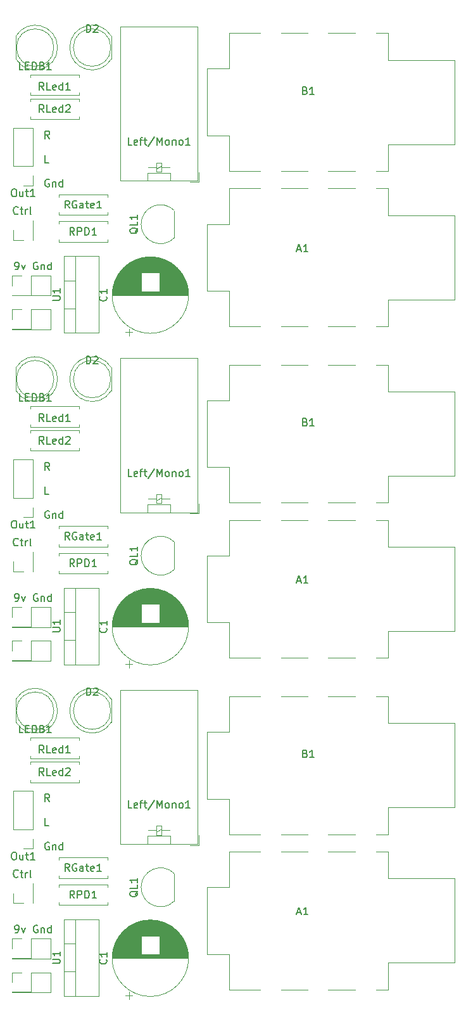
<source format=gbr>
%TF.GenerationSoftware,KiCad,Pcbnew,7.0.9*%
%TF.CreationDate,2024-06-08T14:56:11-04:00*%
%TF.ProjectId,IO-Panel,494f2d50-616e-4656-9c2e-6b696361645f,rev?*%
%TF.SameCoordinates,Original*%
%TF.FileFunction,Legend,Top*%
%TF.FilePolarity,Positive*%
%FSLAX46Y46*%
G04 Gerber Fmt 4.6, Leading zero omitted, Abs format (unit mm)*
G04 Created by KiCad (PCBNEW 7.0.9) date 2024-06-08 14:56:11*
%MOMM*%
%LPD*%
G01*
G04 APERTURE LIST*
%ADD10C,0.150000*%
%ADD11C,0.120000*%
G04 APERTURE END LIST*
D10*
X124396898Y-52869819D02*
X124587374Y-52869819D01*
X124587374Y-52869819D02*
X124682612Y-52822200D01*
X124682612Y-52822200D02*
X124730231Y-52774580D01*
X124730231Y-52774580D02*
X124825469Y-52631723D01*
X124825469Y-52631723D02*
X124873088Y-52441247D01*
X124873088Y-52441247D02*
X124873088Y-52060295D01*
X124873088Y-52060295D02*
X124825469Y-51965057D01*
X124825469Y-51965057D02*
X124777850Y-51917438D01*
X124777850Y-51917438D02*
X124682612Y-51869819D01*
X124682612Y-51869819D02*
X124492136Y-51869819D01*
X124492136Y-51869819D02*
X124396898Y-51917438D01*
X124396898Y-51917438D02*
X124349279Y-51965057D01*
X124349279Y-51965057D02*
X124301660Y-52060295D01*
X124301660Y-52060295D02*
X124301660Y-52298390D01*
X124301660Y-52298390D02*
X124349279Y-52393628D01*
X124349279Y-52393628D02*
X124396898Y-52441247D01*
X124396898Y-52441247D02*
X124492136Y-52488866D01*
X124492136Y-52488866D02*
X124682612Y-52488866D01*
X124682612Y-52488866D02*
X124777850Y-52441247D01*
X124777850Y-52441247D02*
X124825469Y-52393628D01*
X124825469Y-52393628D02*
X124873088Y-52298390D01*
X125206422Y-52203152D02*
X125444517Y-52869819D01*
X125444517Y-52869819D02*
X125682612Y-52203152D01*
X127349279Y-51917438D02*
X127254041Y-51869819D01*
X127254041Y-51869819D02*
X127111184Y-51869819D01*
X127111184Y-51869819D02*
X126968327Y-51917438D01*
X126968327Y-51917438D02*
X126873089Y-52012676D01*
X126873089Y-52012676D02*
X126825470Y-52107914D01*
X126825470Y-52107914D02*
X126777851Y-52298390D01*
X126777851Y-52298390D02*
X126777851Y-52441247D01*
X126777851Y-52441247D02*
X126825470Y-52631723D01*
X126825470Y-52631723D02*
X126873089Y-52726961D01*
X126873089Y-52726961D02*
X126968327Y-52822200D01*
X126968327Y-52822200D02*
X127111184Y-52869819D01*
X127111184Y-52869819D02*
X127206422Y-52869819D01*
X127206422Y-52869819D02*
X127349279Y-52822200D01*
X127349279Y-52822200D02*
X127396898Y-52774580D01*
X127396898Y-52774580D02*
X127396898Y-52441247D01*
X127396898Y-52441247D02*
X127206422Y-52441247D01*
X127825470Y-52203152D02*
X127825470Y-52869819D01*
X127825470Y-52298390D02*
X127873089Y-52250771D01*
X127873089Y-52250771D02*
X127968327Y-52203152D01*
X127968327Y-52203152D02*
X128111184Y-52203152D01*
X128111184Y-52203152D02*
X128206422Y-52250771D01*
X128206422Y-52250771D02*
X128254041Y-52346009D01*
X128254041Y-52346009D02*
X128254041Y-52869819D01*
X129158803Y-52869819D02*
X129158803Y-51869819D01*
X129158803Y-52822200D02*
X129063565Y-52869819D01*
X129063565Y-52869819D02*
X128873089Y-52869819D01*
X128873089Y-52869819D02*
X128777851Y-52822200D01*
X128777851Y-52822200D02*
X128730232Y-52774580D01*
X128730232Y-52774580D02*
X128682613Y-52679342D01*
X128682613Y-52679342D02*
X128682613Y-52393628D01*
X128682613Y-52393628D02*
X128730232Y-52298390D01*
X128730232Y-52298390D02*
X128777851Y-52250771D01*
X128777851Y-52250771D02*
X128873089Y-52203152D01*
X128873089Y-52203152D02*
X129063565Y-52203152D01*
X129063565Y-52203152D02*
X129158803Y-52250771D01*
X124396898Y-141469819D02*
X124587374Y-141469819D01*
X124587374Y-141469819D02*
X124682612Y-141422200D01*
X124682612Y-141422200D02*
X124730231Y-141374580D01*
X124730231Y-141374580D02*
X124825469Y-141231723D01*
X124825469Y-141231723D02*
X124873088Y-141041247D01*
X124873088Y-141041247D02*
X124873088Y-140660295D01*
X124873088Y-140660295D02*
X124825469Y-140565057D01*
X124825469Y-140565057D02*
X124777850Y-140517438D01*
X124777850Y-140517438D02*
X124682612Y-140469819D01*
X124682612Y-140469819D02*
X124492136Y-140469819D01*
X124492136Y-140469819D02*
X124396898Y-140517438D01*
X124396898Y-140517438D02*
X124349279Y-140565057D01*
X124349279Y-140565057D02*
X124301660Y-140660295D01*
X124301660Y-140660295D02*
X124301660Y-140898390D01*
X124301660Y-140898390D02*
X124349279Y-140993628D01*
X124349279Y-140993628D02*
X124396898Y-141041247D01*
X124396898Y-141041247D02*
X124492136Y-141088866D01*
X124492136Y-141088866D02*
X124682612Y-141088866D01*
X124682612Y-141088866D02*
X124777850Y-141041247D01*
X124777850Y-141041247D02*
X124825469Y-140993628D01*
X124825469Y-140993628D02*
X124873088Y-140898390D01*
X125206422Y-140803152D02*
X125444517Y-141469819D01*
X125444517Y-141469819D02*
X125682612Y-140803152D01*
X127349279Y-140517438D02*
X127254041Y-140469819D01*
X127254041Y-140469819D02*
X127111184Y-140469819D01*
X127111184Y-140469819D02*
X126968327Y-140517438D01*
X126968327Y-140517438D02*
X126873089Y-140612676D01*
X126873089Y-140612676D02*
X126825470Y-140707914D01*
X126825470Y-140707914D02*
X126777851Y-140898390D01*
X126777851Y-140898390D02*
X126777851Y-141041247D01*
X126777851Y-141041247D02*
X126825470Y-141231723D01*
X126825470Y-141231723D02*
X126873089Y-141326961D01*
X126873089Y-141326961D02*
X126968327Y-141422200D01*
X126968327Y-141422200D02*
X127111184Y-141469819D01*
X127111184Y-141469819D02*
X127206422Y-141469819D01*
X127206422Y-141469819D02*
X127349279Y-141422200D01*
X127349279Y-141422200D02*
X127396898Y-141374580D01*
X127396898Y-141374580D02*
X127396898Y-141041247D01*
X127396898Y-141041247D02*
X127206422Y-141041247D01*
X127825470Y-140803152D02*
X127825470Y-141469819D01*
X127825470Y-140898390D02*
X127873089Y-140850771D01*
X127873089Y-140850771D02*
X127968327Y-140803152D01*
X127968327Y-140803152D02*
X128111184Y-140803152D01*
X128111184Y-140803152D02*
X128206422Y-140850771D01*
X128206422Y-140850771D02*
X128254041Y-140946009D01*
X128254041Y-140946009D02*
X128254041Y-141469819D01*
X129158803Y-141469819D02*
X129158803Y-140469819D01*
X129158803Y-141422200D02*
X129063565Y-141469819D01*
X129063565Y-141469819D02*
X128873089Y-141469819D01*
X128873089Y-141469819D02*
X128777851Y-141422200D01*
X128777851Y-141422200D02*
X128730232Y-141374580D01*
X128730232Y-141374580D02*
X128682613Y-141279342D01*
X128682613Y-141279342D02*
X128682613Y-140993628D01*
X128682613Y-140993628D02*
X128730232Y-140898390D01*
X128730232Y-140898390D02*
X128777851Y-140850771D01*
X128777851Y-140850771D02*
X128873089Y-140803152D01*
X128873089Y-140803152D02*
X129063565Y-140803152D01*
X129063565Y-140803152D02*
X129158803Y-140850771D01*
X128945707Y-79654819D02*
X128612374Y-79178628D01*
X128374279Y-79654819D02*
X128374279Y-78654819D01*
X128374279Y-78654819D02*
X128755231Y-78654819D01*
X128755231Y-78654819D02*
X128850469Y-78702438D01*
X128850469Y-78702438D02*
X128898088Y-78750057D01*
X128898088Y-78750057D02*
X128945707Y-78845295D01*
X128945707Y-78845295D02*
X128945707Y-78988152D01*
X128945707Y-78988152D02*
X128898088Y-79083390D01*
X128898088Y-79083390D02*
X128850469Y-79131009D01*
X128850469Y-79131009D02*
X128755231Y-79178628D01*
X128755231Y-79178628D02*
X128374279Y-79178628D01*
X128850469Y-82874819D02*
X128374279Y-82874819D01*
X128374279Y-82874819D02*
X128374279Y-81874819D01*
X128898088Y-85142438D02*
X128802850Y-85094819D01*
X128802850Y-85094819D02*
X128659993Y-85094819D01*
X128659993Y-85094819D02*
X128517136Y-85142438D01*
X128517136Y-85142438D02*
X128421898Y-85237676D01*
X128421898Y-85237676D02*
X128374279Y-85332914D01*
X128374279Y-85332914D02*
X128326660Y-85523390D01*
X128326660Y-85523390D02*
X128326660Y-85666247D01*
X128326660Y-85666247D02*
X128374279Y-85856723D01*
X128374279Y-85856723D02*
X128421898Y-85951961D01*
X128421898Y-85951961D02*
X128517136Y-86047200D01*
X128517136Y-86047200D02*
X128659993Y-86094819D01*
X128659993Y-86094819D02*
X128755231Y-86094819D01*
X128755231Y-86094819D02*
X128898088Y-86047200D01*
X128898088Y-86047200D02*
X128945707Y-85999580D01*
X128945707Y-85999580D02*
X128945707Y-85666247D01*
X128945707Y-85666247D02*
X128755231Y-85666247D01*
X129374279Y-85428152D02*
X129374279Y-86094819D01*
X129374279Y-85523390D02*
X129421898Y-85475771D01*
X129421898Y-85475771D02*
X129517136Y-85428152D01*
X129517136Y-85428152D02*
X129659993Y-85428152D01*
X129659993Y-85428152D02*
X129755231Y-85475771D01*
X129755231Y-85475771D02*
X129802850Y-85571009D01*
X129802850Y-85571009D02*
X129802850Y-86094819D01*
X130707612Y-86094819D02*
X130707612Y-85094819D01*
X130707612Y-86047200D02*
X130612374Y-86094819D01*
X130612374Y-86094819D02*
X130421898Y-86094819D01*
X130421898Y-86094819D02*
X130326660Y-86047200D01*
X130326660Y-86047200D02*
X130279041Y-85999580D01*
X130279041Y-85999580D02*
X130231422Y-85904342D01*
X130231422Y-85904342D02*
X130231422Y-85618628D01*
X130231422Y-85618628D02*
X130279041Y-85523390D01*
X130279041Y-85523390D02*
X130326660Y-85475771D01*
X130326660Y-85475771D02*
X130421898Y-85428152D01*
X130421898Y-85428152D02*
X130612374Y-85428152D01*
X130612374Y-85428152D02*
X130707612Y-85475771D01*
X124745707Y-89674580D02*
X124698088Y-89722200D01*
X124698088Y-89722200D02*
X124555231Y-89769819D01*
X124555231Y-89769819D02*
X124459993Y-89769819D01*
X124459993Y-89769819D02*
X124317136Y-89722200D01*
X124317136Y-89722200D02*
X124221898Y-89626961D01*
X124221898Y-89626961D02*
X124174279Y-89531723D01*
X124174279Y-89531723D02*
X124126660Y-89341247D01*
X124126660Y-89341247D02*
X124126660Y-89198390D01*
X124126660Y-89198390D02*
X124174279Y-89007914D01*
X124174279Y-89007914D02*
X124221898Y-88912676D01*
X124221898Y-88912676D02*
X124317136Y-88817438D01*
X124317136Y-88817438D02*
X124459993Y-88769819D01*
X124459993Y-88769819D02*
X124555231Y-88769819D01*
X124555231Y-88769819D02*
X124698088Y-88817438D01*
X124698088Y-88817438D02*
X124745707Y-88865057D01*
X125031422Y-89103152D02*
X125412374Y-89103152D01*
X125174279Y-88769819D02*
X125174279Y-89626961D01*
X125174279Y-89626961D02*
X125221898Y-89722200D01*
X125221898Y-89722200D02*
X125317136Y-89769819D01*
X125317136Y-89769819D02*
X125412374Y-89769819D01*
X125745708Y-89769819D02*
X125745708Y-89103152D01*
X125745708Y-89293628D02*
X125793327Y-89198390D01*
X125793327Y-89198390D02*
X125840946Y-89150771D01*
X125840946Y-89150771D02*
X125936184Y-89103152D01*
X125936184Y-89103152D02*
X126031422Y-89103152D01*
X126507613Y-89769819D02*
X126412375Y-89722200D01*
X126412375Y-89722200D02*
X126364756Y-89626961D01*
X126364756Y-89626961D02*
X126364756Y-88769819D01*
X124745707Y-45374580D02*
X124698088Y-45422200D01*
X124698088Y-45422200D02*
X124555231Y-45469819D01*
X124555231Y-45469819D02*
X124459993Y-45469819D01*
X124459993Y-45469819D02*
X124317136Y-45422200D01*
X124317136Y-45422200D02*
X124221898Y-45326961D01*
X124221898Y-45326961D02*
X124174279Y-45231723D01*
X124174279Y-45231723D02*
X124126660Y-45041247D01*
X124126660Y-45041247D02*
X124126660Y-44898390D01*
X124126660Y-44898390D02*
X124174279Y-44707914D01*
X124174279Y-44707914D02*
X124221898Y-44612676D01*
X124221898Y-44612676D02*
X124317136Y-44517438D01*
X124317136Y-44517438D02*
X124459993Y-44469819D01*
X124459993Y-44469819D02*
X124555231Y-44469819D01*
X124555231Y-44469819D02*
X124698088Y-44517438D01*
X124698088Y-44517438D02*
X124745707Y-44565057D01*
X125031422Y-44803152D02*
X125412374Y-44803152D01*
X125174279Y-44469819D02*
X125174279Y-45326961D01*
X125174279Y-45326961D02*
X125221898Y-45422200D01*
X125221898Y-45422200D02*
X125317136Y-45469819D01*
X125317136Y-45469819D02*
X125412374Y-45469819D01*
X125745708Y-45469819D02*
X125745708Y-44803152D01*
X125745708Y-44993628D02*
X125793327Y-44898390D01*
X125793327Y-44898390D02*
X125840946Y-44850771D01*
X125840946Y-44850771D02*
X125936184Y-44803152D01*
X125936184Y-44803152D02*
X126031422Y-44803152D01*
X126507613Y-45469819D02*
X126412375Y-45422200D01*
X126412375Y-45422200D02*
X126364756Y-45326961D01*
X126364756Y-45326961D02*
X126364756Y-44469819D01*
X128945707Y-35354819D02*
X128612374Y-34878628D01*
X128374279Y-35354819D02*
X128374279Y-34354819D01*
X128374279Y-34354819D02*
X128755231Y-34354819D01*
X128755231Y-34354819D02*
X128850469Y-34402438D01*
X128850469Y-34402438D02*
X128898088Y-34450057D01*
X128898088Y-34450057D02*
X128945707Y-34545295D01*
X128945707Y-34545295D02*
X128945707Y-34688152D01*
X128945707Y-34688152D02*
X128898088Y-34783390D01*
X128898088Y-34783390D02*
X128850469Y-34831009D01*
X128850469Y-34831009D02*
X128755231Y-34878628D01*
X128755231Y-34878628D02*
X128374279Y-34878628D01*
X128850469Y-38574819D02*
X128374279Y-38574819D01*
X128374279Y-38574819D02*
X128374279Y-37574819D01*
X128898088Y-40842438D02*
X128802850Y-40794819D01*
X128802850Y-40794819D02*
X128659993Y-40794819D01*
X128659993Y-40794819D02*
X128517136Y-40842438D01*
X128517136Y-40842438D02*
X128421898Y-40937676D01*
X128421898Y-40937676D02*
X128374279Y-41032914D01*
X128374279Y-41032914D02*
X128326660Y-41223390D01*
X128326660Y-41223390D02*
X128326660Y-41366247D01*
X128326660Y-41366247D02*
X128374279Y-41556723D01*
X128374279Y-41556723D02*
X128421898Y-41651961D01*
X128421898Y-41651961D02*
X128517136Y-41747200D01*
X128517136Y-41747200D02*
X128659993Y-41794819D01*
X128659993Y-41794819D02*
X128755231Y-41794819D01*
X128755231Y-41794819D02*
X128898088Y-41747200D01*
X128898088Y-41747200D02*
X128945707Y-41699580D01*
X128945707Y-41699580D02*
X128945707Y-41366247D01*
X128945707Y-41366247D02*
X128755231Y-41366247D01*
X129374279Y-41128152D02*
X129374279Y-41794819D01*
X129374279Y-41223390D02*
X129421898Y-41175771D01*
X129421898Y-41175771D02*
X129517136Y-41128152D01*
X129517136Y-41128152D02*
X129659993Y-41128152D01*
X129659993Y-41128152D02*
X129755231Y-41175771D01*
X129755231Y-41175771D02*
X129802850Y-41271009D01*
X129802850Y-41271009D02*
X129802850Y-41794819D01*
X130707612Y-41794819D02*
X130707612Y-40794819D01*
X130707612Y-41747200D02*
X130612374Y-41794819D01*
X130612374Y-41794819D02*
X130421898Y-41794819D01*
X130421898Y-41794819D02*
X130326660Y-41747200D01*
X130326660Y-41747200D02*
X130279041Y-41699580D01*
X130279041Y-41699580D02*
X130231422Y-41604342D01*
X130231422Y-41604342D02*
X130231422Y-41318628D01*
X130231422Y-41318628D02*
X130279041Y-41223390D01*
X130279041Y-41223390D02*
X130326660Y-41175771D01*
X130326660Y-41175771D02*
X130421898Y-41128152D01*
X130421898Y-41128152D02*
X130612374Y-41128152D01*
X130612374Y-41128152D02*
X130707612Y-41175771D01*
X124396898Y-97169819D02*
X124587374Y-97169819D01*
X124587374Y-97169819D02*
X124682612Y-97122200D01*
X124682612Y-97122200D02*
X124730231Y-97074580D01*
X124730231Y-97074580D02*
X124825469Y-96931723D01*
X124825469Y-96931723D02*
X124873088Y-96741247D01*
X124873088Y-96741247D02*
X124873088Y-96360295D01*
X124873088Y-96360295D02*
X124825469Y-96265057D01*
X124825469Y-96265057D02*
X124777850Y-96217438D01*
X124777850Y-96217438D02*
X124682612Y-96169819D01*
X124682612Y-96169819D02*
X124492136Y-96169819D01*
X124492136Y-96169819D02*
X124396898Y-96217438D01*
X124396898Y-96217438D02*
X124349279Y-96265057D01*
X124349279Y-96265057D02*
X124301660Y-96360295D01*
X124301660Y-96360295D02*
X124301660Y-96598390D01*
X124301660Y-96598390D02*
X124349279Y-96693628D01*
X124349279Y-96693628D02*
X124396898Y-96741247D01*
X124396898Y-96741247D02*
X124492136Y-96788866D01*
X124492136Y-96788866D02*
X124682612Y-96788866D01*
X124682612Y-96788866D02*
X124777850Y-96741247D01*
X124777850Y-96741247D02*
X124825469Y-96693628D01*
X124825469Y-96693628D02*
X124873088Y-96598390D01*
X125206422Y-96503152D02*
X125444517Y-97169819D01*
X125444517Y-97169819D02*
X125682612Y-96503152D01*
X127349279Y-96217438D02*
X127254041Y-96169819D01*
X127254041Y-96169819D02*
X127111184Y-96169819D01*
X127111184Y-96169819D02*
X126968327Y-96217438D01*
X126968327Y-96217438D02*
X126873089Y-96312676D01*
X126873089Y-96312676D02*
X126825470Y-96407914D01*
X126825470Y-96407914D02*
X126777851Y-96598390D01*
X126777851Y-96598390D02*
X126777851Y-96741247D01*
X126777851Y-96741247D02*
X126825470Y-96931723D01*
X126825470Y-96931723D02*
X126873089Y-97026961D01*
X126873089Y-97026961D02*
X126968327Y-97122200D01*
X126968327Y-97122200D02*
X127111184Y-97169819D01*
X127111184Y-97169819D02*
X127206422Y-97169819D01*
X127206422Y-97169819D02*
X127349279Y-97122200D01*
X127349279Y-97122200D02*
X127396898Y-97074580D01*
X127396898Y-97074580D02*
X127396898Y-96741247D01*
X127396898Y-96741247D02*
X127206422Y-96741247D01*
X127825470Y-96503152D02*
X127825470Y-97169819D01*
X127825470Y-96598390D02*
X127873089Y-96550771D01*
X127873089Y-96550771D02*
X127968327Y-96503152D01*
X127968327Y-96503152D02*
X128111184Y-96503152D01*
X128111184Y-96503152D02*
X128206422Y-96550771D01*
X128206422Y-96550771D02*
X128254041Y-96646009D01*
X128254041Y-96646009D02*
X128254041Y-97169819D01*
X129158803Y-97169819D02*
X129158803Y-96169819D01*
X129158803Y-97122200D02*
X129063565Y-97169819D01*
X129063565Y-97169819D02*
X128873089Y-97169819D01*
X128873089Y-97169819D02*
X128777851Y-97122200D01*
X128777851Y-97122200D02*
X128730232Y-97074580D01*
X128730232Y-97074580D02*
X128682613Y-96979342D01*
X128682613Y-96979342D02*
X128682613Y-96693628D01*
X128682613Y-96693628D02*
X128730232Y-96598390D01*
X128730232Y-96598390D02*
X128777851Y-96550771D01*
X128777851Y-96550771D02*
X128873089Y-96503152D01*
X128873089Y-96503152D02*
X129063565Y-96503152D01*
X129063565Y-96503152D02*
X129158803Y-96550771D01*
X124745707Y-133974580D02*
X124698088Y-134022200D01*
X124698088Y-134022200D02*
X124555231Y-134069819D01*
X124555231Y-134069819D02*
X124459993Y-134069819D01*
X124459993Y-134069819D02*
X124317136Y-134022200D01*
X124317136Y-134022200D02*
X124221898Y-133926961D01*
X124221898Y-133926961D02*
X124174279Y-133831723D01*
X124174279Y-133831723D02*
X124126660Y-133641247D01*
X124126660Y-133641247D02*
X124126660Y-133498390D01*
X124126660Y-133498390D02*
X124174279Y-133307914D01*
X124174279Y-133307914D02*
X124221898Y-133212676D01*
X124221898Y-133212676D02*
X124317136Y-133117438D01*
X124317136Y-133117438D02*
X124459993Y-133069819D01*
X124459993Y-133069819D02*
X124555231Y-133069819D01*
X124555231Y-133069819D02*
X124698088Y-133117438D01*
X124698088Y-133117438D02*
X124745707Y-133165057D01*
X125031422Y-133403152D02*
X125412374Y-133403152D01*
X125174279Y-133069819D02*
X125174279Y-133926961D01*
X125174279Y-133926961D02*
X125221898Y-134022200D01*
X125221898Y-134022200D02*
X125317136Y-134069819D01*
X125317136Y-134069819D02*
X125412374Y-134069819D01*
X125745708Y-134069819D02*
X125745708Y-133403152D01*
X125745708Y-133593628D02*
X125793327Y-133498390D01*
X125793327Y-133498390D02*
X125840946Y-133450771D01*
X125840946Y-133450771D02*
X125936184Y-133403152D01*
X125936184Y-133403152D02*
X126031422Y-133403152D01*
X126507613Y-134069819D02*
X126412375Y-134022200D01*
X126412375Y-134022200D02*
X126364756Y-133926961D01*
X126364756Y-133926961D02*
X126364756Y-133069819D01*
X128945707Y-123954819D02*
X128612374Y-123478628D01*
X128374279Y-123954819D02*
X128374279Y-122954819D01*
X128374279Y-122954819D02*
X128755231Y-122954819D01*
X128755231Y-122954819D02*
X128850469Y-123002438D01*
X128850469Y-123002438D02*
X128898088Y-123050057D01*
X128898088Y-123050057D02*
X128945707Y-123145295D01*
X128945707Y-123145295D02*
X128945707Y-123288152D01*
X128945707Y-123288152D02*
X128898088Y-123383390D01*
X128898088Y-123383390D02*
X128850469Y-123431009D01*
X128850469Y-123431009D02*
X128755231Y-123478628D01*
X128755231Y-123478628D02*
X128374279Y-123478628D01*
X128850469Y-127174819D02*
X128374279Y-127174819D01*
X128374279Y-127174819D02*
X128374279Y-126174819D01*
X128898088Y-129442438D02*
X128802850Y-129394819D01*
X128802850Y-129394819D02*
X128659993Y-129394819D01*
X128659993Y-129394819D02*
X128517136Y-129442438D01*
X128517136Y-129442438D02*
X128421898Y-129537676D01*
X128421898Y-129537676D02*
X128374279Y-129632914D01*
X128374279Y-129632914D02*
X128326660Y-129823390D01*
X128326660Y-129823390D02*
X128326660Y-129966247D01*
X128326660Y-129966247D02*
X128374279Y-130156723D01*
X128374279Y-130156723D02*
X128421898Y-130251961D01*
X128421898Y-130251961D02*
X128517136Y-130347200D01*
X128517136Y-130347200D02*
X128659993Y-130394819D01*
X128659993Y-130394819D02*
X128755231Y-130394819D01*
X128755231Y-130394819D02*
X128898088Y-130347200D01*
X128898088Y-130347200D02*
X128945707Y-130299580D01*
X128945707Y-130299580D02*
X128945707Y-129966247D01*
X128945707Y-129966247D02*
X128755231Y-129966247D01*
X129374279Y-129728152D02*
X129374279Y-130394819D01*
X129374279Y-129823390D02*
X129421898Y-129775771D01*
X129421898Y-129775771D02*
X129517136Y-129728152D01*
X129517136Y-129728152D02*
X129659993Y-129728152D01*
X129659993Y-129728152D02*
X129755231Y-129775771D01*
X129755231Y-129775771D02*
X129802850Y-129871009D01*
X129802850Y-129871009D02*
X129802850Y-130394819D01*
X130707612Y-130394819D02*
X130707612Y-129394819D01*
X130707612Y-130347200D02*
X130612374Y-130394819D01*
X130612374Y-130394819D02*
X130421898Y-130394819D01*
X130421898Y-130394819D02*
X130326660Y-130347200D01*
X130326660Y-130347200D02*
X130279041Y-130299580D01*
X130279041Y-130299580D02*
X130231422Y-130204342D01*
X130231422Y-130204342D02*
X130231422Y-129918628D01*
X130231422Y-129918628D02*
X130279041Y-129823390D01*
X130279041Y-129823390D02*
X130326660Y-129775771D01*
X130326660Y-129775771D02*
X130421898Y-129728152D01*
X130421898Y-129728152D02*
X130612374Y-129728152D01*
X130612374Y-129728152D02*
X130707612Y-129775771D01*
X131604166Y-44654819D02*
X131270833Y-44178628D01*
X131032738Y-44654819D02*
X131032738Y-43654819D01*
X131032738Y-43654819D02*
X131413690Y-43654819D01*
X131413690Y-43654819D02*
X131508928Y-43702438D01*
X131508928Y-43702438D02*
X131556547Y-43750057D01*
X131556547Y-43750057D02*
X131604166Y-43845295D01*
X131604166Y-43845295D02*
X131604166Y-43988152D01*
X131604166Y-43988152D02*
X131556547Y-44083390D01*
X131556547Y-44083390D02*
X131508928Y-44131009D01*
X131508928Y-44131009D02*
X131413690Y-44178628D01*
X131413690Y-44178628D02*
X131032738Y-44178628D01*
X132556547Y-43702438D02*
X132461309Y-43654819D01*
X132461309Y-43654819D02*
X132318452Y-43654819D01*
X132318452Y-43654819D02*
X132175595Y-43702438D01*
X132175595Y-43702438D02*
X132080357Y-43797676D01*
X132080357Y-43797676D02*
X132032738Y-43892914D01*
X132032738Y-43892914D02*
X131985119Y-44083390D01*
X131985119Y-44083390D02*
X131985119Y-44226247D01*
X131985119Y-44226247D02*
X132032738Y-44416723D01*
X132032738Y-44416723D02*
X132080357Y-44511961D01*
X132080357Y-44511961D02*
X132175595Y-44607200D01*
X132175595Y-44607200D02*
X132318452Y-44654819D01*
X132318452Y-44654819D02*
X132413690Y-44654819D01*
X132413690Y-44654819D02*
X132556547Y-44607200D01*
X132556547Y-44607200D02*
X132604166Y-44559580D01*
X132604166Y-44559580D02*
X132604166Y-44226247D01*
X132604166Y-44226247D02*
X132413690Y-44226247D01*
X133461309Y-44654819D02*
X133461309Y-44131009D01*
X133461309Y-44131009D02*
X133413690Y-44035771D01*
X133413690Y-44035771D02*
X133318452Y-43988152D01*
X133318452Y-43988152D02*
X133127976Y-43988152D01*
X133127976Y-43988152D02*
X133032738Y-44035771D01*
X133461309Y-44607200D02*
X133366071Y-44654819D01*
X133366071Y-44654819D02*
X133127976Y-44654819D01*
X133127976Y-44654819D02*
X133032738Y-44607200D01*
X133032738Y-44607200D02*
X132985119Y-44511961D01*
X132985119Y-44511961D02*
X132985119Y-44416723D01*
X132985119Y-44416723D02*
X133032738Y-44321485D01*
X133032738Y-44321485D02*
X133127976Y-44273866D01*
X133127976Y-44273866D02*
X133366071Y-44273866D01*
X133366071Y-44273866D02*
X133461309Y-44226247D01*
X133794643Y-43988152D02*
X134175595Y-43988152D01*
X133937500Y-43654819D02*
X133937500Y-44511961D01*
X133937500Y-44511961D02*
X133985119Y-44607200D01*
X133985119Y-44607200D02*
X134080357Y-44654819D01*
X134080357Y-44654819D02*
X134175595Y-44654819D01*
X134889881Y-44607200D02*
X134794643Y-44654819D01*
X134794643Y-44654819D02*
X134604167Y-44654819D01*
X134604167Y-44654819D02*
X134508929Y-44607200D01*
X134508929Y-44607200D02*
X134461310Y-44511961D01*
X134461310Y-44511961D02*
X134461310Y-44131009D01*
X134461310Y-44131009D02*
X134508929Y-44035771D01*
X134508929Y-44035771D02*
X134604167Y-43988152D01*
X134604167Y-43988152D02*
X134794643Y-43988152D01*
X134794643Y-43988152D02*
X134889881Y-44035771D01*
X134889881Y-44035771D02*
X134937500Y-44131009D01*
X134937500Y-44131009D02*
X134937500Y-44226247D01*
X134937500Y-44226247D02*
X134461310Y-44321485D01*
X135889881Y-44654819D02*
X135318453Y-44654819D01*
X135604167Y-44654819D02*
X135604167Y-43654819D01*
X135604167Y-43654819D02*
X135508929Y-43797676D01*
X135508929Y-43797676D02*
X135413691Y-43892914D01*
X135413691Y-43892914D02*
X135318453Y-43940533D01*
X128185118Y-73154819D02*
X127851785Y-72678628D01*
X127613690Y-73154819D02*
X127613690Y-72154819D01*
X127613690Y-72154819D02*
X127994642Y-72154819D01*
X127994642Y-72154819D02*
X128089880Y-72202438D01*
X128089880Y-72202438D02*
X128137499Y-72250057D01*
X128137499Y-72250057D02*
X128185118Y-72345295D01*
X128185118Y-72345295D02*
X128185118Y-72488152D01*
X128185118Y-72488152D02*
X128137499Y-72583390D01*
X128137499Y-72583390D02*
X128089880Y-72631009D01*
X128089880Y-72631009D02*
X127994642Y-72678628D01*
X127994642Y-72678628D02*
X127613690Y-72678628D01*
X129089880Y-73154819D02*
X128613690Y-73154819D01*
X128613690Y-73154819D02*
X128613690Y-72154819D01*
X129804166Y-73107200D02*
X129708928Y-73154819D01*
X129708928Y-73154819D02*
X129518452Y-73154819D01*
X129518452Y-73154819D02*
X129423214Y-73107200D01*
X129423214Y-73107200D02*
X129375595Y-73011961D01*
X129375595Y-73011961D02*
X129375595Y-72631009D01*
X129375595Y-72631009D02*
X129423214Y-72535771D01*
X129423214Y-72535771D02*
X129518452Y-72488152D01*
X129518452Y-72488152D02*
X129708928Y-72488152D01*
X129708928Y-72488152D02*
X129804166Y-72535771D01*
X129804166Y-72535771D02*
X129851785Y-72631009D01*
X129851785Y-72631009D02*
X129851785Y-72726247D01*
X129851785Y-72726247D02*
X129375595Y-72821485D01*
X130708928Y-73154819D02*
X130708928Y-72154819D01*
X130708928Y-73107200D02*
X130613690Y-73154819D01*
X130613690Y-73154819D02*
X130423214Y-73154819D01*
X130423214Y-73154819D02*
X130327976Y-73107200D01*
X130327976Y-73107200D02*
X130280357Y-73059580D01*
X130280357Y-73059580D02*
X130232738Y-72964342D01*
X130232738Y-72964342D02*
X130232738Y-72678628D01*
X130232738Y-72678628D02*
X130280357Y-72583390D01*
X130280357Y-72583390D02*
X130327976Y-72535771D01*
X130327976Y-72535771D02*
X130423214Y-72488152D01*
X130423214Y-72488152D02*
X130613690Y-72488152D01*
X130613690Y-72488152D02*
X130708928Y-72535771D01*
X131708928Y-73154819D02*
X131137500Y-73154819D01*
X131423214Y-73154819D02*
X131423214Y-72154819D01*
X131423214Y-72154819D02*
X131327976Y-72297676D01*
X131327976Y-72297676D02*
X131232738Y-72392914D01*
X131232738Y-72392914D02*
X131137500Y-72440533D01*
X131604166Y-88954819D02*
X131270833Y-88478628D01*
X131032738Y-88954819D02*
X131032738Y-87954819D01*
X131032738Y-87954819D02*
X131413690Y-87954819D01*
X131413690Y-87954819D02*
X131508928Y-88002438D01*
X131508928Y-88002438D02*
X131556547Y-88050057D01*
X131556547Y-88050057D02*
X131604166Y-88145295D01*
X131604166Y-88145295D02*
X131604166Y-88288152D01*
X131604166Y-88288152D02*
X131556547Y-88383390D01*
X131556547Y-88383390D02*
X131508928Y-88431009D01*
X131508928Y-88431009D02*
X131413690Y-88478628D01*
X131413690Y-88478628D02*
X131032738Y-88478628D01*
X132556547Y-88002438D02*
X132461309Y-87954819D01*
X132461309Y-87954819D02*
X132318452Y-87954819D01*
X132318452Y-87954819D02*
X132175595Y-88002438D01*
X132175595Y-88002438D02*
X132080357Y-88097676D01*
X132080357Y-88097676D02*
X132032738Y-88192914D01*
X132032738Y-88192914D02*
X131985119Y-88383390D01*
X131985119Y-88383390D02*
X131985119Y-88526247D01*
X131985119Y-88526247D02*
X132032738Y-88716723D01*
X132032738Y-88716723D02*
X132080357Y-88811961D01*
X132080357Y-88811961D02*
X132175595Y-88907200D01*
X132175595Y-88907200D02*
X132318452Y-88954819D01*
X132318452Y-88954819D02*
X132413690Y-88954819D01*
X132413690Y-88954819D02*
X132556547Y-88907200D01*
X132556547Y-88907200D02*
X132604166Y-88859580D01*
X132604166Y-88859580D02*
X132604166Y-88526247D01*
X132604166Y-88526247D02*
X132413690Y-88526247D01*
X133461309Y-88954819D02*
X133461309Y-88431009D01*
X133461309Y-88431009D02*
X133413690Y-88335771D01*
X133413690Y-88335771D02*
X133318452Y-88288152D01*
X133318452Y-88288152D02*
X133127976Y-88288152D01*
X133127976Y-88288152D02*
X133032738Y-88335771D01*
X133461309Y-88907200D02*
X133366071Y-88954819D01*
X133366071Y-88954819D02*
X133127976Y-88954819D01*
X133127976Y-88954819D02*
X133032738Y-88907200D01*
X133032738Y-88907200D02*
X132985119Y-88811961D01*
X132985119Y-88811961D02*
X132985119Y-88716723D01*
X132985119Y-88716723D02*
X133032738Y-88621485D01*
X133032738Y-88621485D02*
X133127976Y-88573866D01*
X133127976Y-88573866D02*
X133366071Y-88573866D01*
X133366071Y-88573866D02*
X133461309Y-88526247D01*
X133794643Y-88288152D02*
X134175595Y-88288152D01*
X133937500Y-87954819D02*
X133937500Y-88811961D01*
X133937500Y-88811961D02*
X133985119Y-88907200D01*
X133985119Y-88907200D02*
X134080357Y-88954819D01*
X134080357Y-88954819D02*
X134175595Y-88954819D01*
X134889881Y-88907200D02*
X134794643Y-88954819D01*
X134794643Y-88954819D02*
X134604167Y-88954819D01*
X134604167Y-88954819D02*
X134508929Y-88907200D01*
X134508929Y-88907200D02*
X134461310Y-88811961D01*
X134461310Y-88811961D02*
X134461310Y-88431009D01*
X134461310Y-88431009D02*
X134508929Y-88335771D01*
X134508929Y-88335771D02*
X134604167Y-88288152D01*
X134604167Y-88288152D02*
X134794643Y-88288152D01*
X134794643Y-88288152D02*
X134889881Y-88335771D01*
X134889881Y-88335771D02*
X134937500Y-88431009D01*
X134937500Y-88431009D02*
X134937500Y-88526247D01*
X134937500Y-88526247D02*
X134461310Y-88621485D01*
X135889881Y-88954819D02*
X135318453Y-88954819D01*
X135604167Y-88954819D02*
X135604167Y-87954819D01*
X135604167Y-87954819D02*
X135508929Y-88097676D01*
X135508929Y-88097676D02*
X135413691Y-88192914D01*
X135413691Y-88192914D02*
X135318453Y-88240533D01*
X133904405Y-21154819D02*
X133904405Y-20154819D01*
X133904405Y-20154819D02*
X134142500Y-20154819D01*
X134142500Y-20154819D02*
X134285357Y-20202438D01*
X134285357Y-20202438D02*
X134380595Y-20297676D01*
X134380595Y-20297676D02*
X134428214Y-20392914D01*
X134428214Y-20392914D02*
X134475833Y-20583390D01*
X134475833Y-20583390D02*
X134475833Y-20726247D01*
X134475833Y-20726247D02*
X134428214Y-20916723D01*
X134428214Y-20916723D02*
X134380595Y-21011961D01*
X134380595Y-21011961D02*
X134285357Y-21107200D01*
X134285357Y-21107200D02*
X134142500Y-21154819D01*
X134142500Y-21154819D02*
X133904405Y-21154819D01*
X134856786Y-20250057D02*
X134904405Y-20202438D01*
X134904405Y-20202438D02*
X134999643Y-20154819D01*
X134999643Y-20154819D02*
X135237738Y-20154819D01*
X135237738Y-20154819D02*
X135332976Y-20202438D01*
X135332976Y-20202438D02*
X135380595Y-20250057D01*
X135380595Y-20250057D02*
X135428214Y-20345295D01*
X135428214Y-20345295D02*
X135428214Y-20440533D01*
X135428214Y-20440533D02*
X135380595Y-20583390D01*
X135380595Y-20583390D02*
X134809167Y-21154819D01*
X134809167Y-21154819D02*
X135428214Y-21154819D01*
X128185118Y-120454819D02*
X127851785Y-119978628D01*
X127613690Y-120454819D02*
X127613690Y-119454819D01*
X127613690Y-119454819D02*
X127994642Y-119454819D01*
X127994642Y-119454819D02*
X128089880Y-119502438D01*
X128089880Y-119502438D02*
X128137499Y-119550057D01*
X128137499Y-119550057D02*
X128185118Y-119645295D01*
X128185118Y-119645295D02*
X128185118Y-119788152D01*
X128185118Y-119788152D02*
X128137499Y-119883390D01*
X128137499Y-119883390D02*
X128089880Y-119931009D01*
X128089880Y-119931009D02*
X127994642Y-119978628D01*
X127994642Y-119978628D02*
X127613690Y-119978628D01*
X129089880Y-120454819D02*
X128613690Y-120454819D01*
X128613690Y-120454819D02*
X128613690Y-119454819D01*
X129804166Y-120407200D02*
X129708928Y-120454819D01*
X129708928Y-120454819D02*
X129518452Y-120454819D01*
X129518452Y-120454819D02*
X129423214Y-120407200D01*
X129423214Y-120407200D02*
X129375595Y-120311961D01*
X129375595Y-120311961D02*
X129375595Y-119931009D01*
X129375595Y-119931009D02*
X129423214Y-119835771D01*
X129423214Y-119835771D02*
X129518452Y-119788152D01*
X129518452Y-119788152D02*
X129708928Y-119788152D01*
X129708928Y-119788152D02*
X129804166Y-119835771D01*
X129804166Y-119835771D02*
X129851785Y-119931009D01*
X129851785Y-119931009D02*
X129851785Y-120026247D01*
X129851785Y-120026247D02*
X129375595Y-120121485D01*
X130708928Y-120454819D02*
X130708928Y-119454819D01*
X130708928Y-120407200D02*
X130613690Y-120454819D01*
X130613690Y-120454819D02*
X130423214Y-120454819D01*
X130423214Y-120454819D02*
X130327976Y-120407200D01*
X130327976Y-120407200D02*
X130280357Y-120359580D01*
X130280357Y-120359580D02*
X130232738Y-120264342D01*
X130232738Y-120264342D02*
X130232738Y-119978628D01*
X130232738Y-119978628D02*
X130280357Y-119883390D01*
X130280357Y-119883390D02*
X130327976Y-119835771D01*
X130327976Y-119835771D02*
X130423214Y-119788152D01*
X130423214Y-119788152D02*
X130613690Y-119788152D01*
X130613690Y-119788152D02*
X130708928Y-119835771D01*
X131137500Y-119550057D02*
X131185119Y-119502438D01*
X131185119Y-119502438D02*
X131280357Y-119454819D01*
X131280357Y-119454819D02*
X131518452Y-119454819D01*
X131518452Y-119454819D02*
X131613690Y-119502438D01*
X131613690Y-119502438D02*
X131661309Y-119550057D01*
X131661309Y-119550057D02*
X131708928Y-119645295D01*
X131708928Y-119645295D02*
X131708928Y-119740533D01*
X131708928Y-119740533D02*
X131661309Y-119883390D01*
X131661309Y-119883390D02*
X131089881Y-120454819D01*
X131089881Y-120454819D02*
X131708928Y-120454819D01*
X162073214Y-94469104D02*
X162549404Y-94469104D01*
X161977976Y-94754819D02*
X162311309Y-93754819D01*
X162311309Y-93754819D02*
X162644642Y-94754819D01*
X163501785Y-94754819D02*
X162930357Y-94754819D01*
X163216071Y-94754819D02*
X163216071Y-93754819D01*
X163216071Y-93754819D02*
X163120833Y-93897676D01*
X163120833Y-93897676D02*
X163025595Y-93992914D01*
X163025595Y-93992914D02*
X162930357Y-94040533D01*
X163132738Y-73231009D02*
X163275595Y-73278628D01*
X163275595Y-73278628D02*
X163323214Y-73326247D01*
X163323214Y-73326247D02*
X163370833Y-73421485D01*
X163370833Y-73421485D02*
X163370833Y-73564342D01*
X163370833Y-73564342D02*
X163323214Y-73659580D01*
X163323214Y-73659580D02*
X163275595Y-73707200D01*
X163275595Y-73707200D02*
X163180357Y-73754819D01*
X163180357Y-73754819D02*
X162799405Y-73754819D01*
X162799405Y-73754819D02*
X162799405Y-72754819D01*
X162799405Y-72754819D02*
X163132738Y-72754819D01*
X163132738Y-72754819D02*
X163227976Y-72802438D01*
X163227976Y-72802438D02*
X163275595Y-72850057D01*
X163275595Y-72850057D02*
X163323214Y-72945295D01*
X163323214Y-72945295D02*
X163323214Y-73040533D01*
X163323214Y-73040533D02*
X163275595Y-73135771D01*
X163275595Y-73135771D02*
X163227976Y-73183390D01*
X163227976Y-73183390D02*
X163132738Y-73231009D01*
X163132738Y-73231009D02*
X162799405Y-73231009D01*
X164323214Y-73754819D02*
X163751786Y-73754819D01*
X164037500Y-73754819D02*
X164037500Y-72754819D01*
X164037500Y-72754819D02*
X163942262Y-72897676D01*
X163942262Y-72897676D02*
X163847024Y-72992914D01*
X163847024Y-72992914D02*
X163751786Y-73040533D01*
X129367319Y-56961904D02*
X130176842Y-56961904D01*
X130176842Y-56961904D02*
X130272080Y-56914285D01*
X130272080Y-56914285D02*
X130319700Y-56866666D01*
X130319700Y-56866666D02*
X130367319Y-56771428D01*
X130367319Y-56771428D02*
X130367319Y-56580952D01*
X130367319Y-56580952D02*
X130319700Y-56485714D01*
X130319700Y-56485714D02*
X130272080Y-56438095D01*
X130272080Y-56438095D02*
X130176842Y-56390476D01*
X130176842Y-56390476D02*
X129367319Y-56390476D01*
X130367319Y-55390476D02*
X130367319Y-55961904D01*
X130367319Y-55676190D02*
X129367319Y-55676190D01*
X129367319Y-55676190D02*
X129510176Y-55771428D01*
X129510176Y-55771428D02*
X129605414Y-55866666D01*
X129605414Y-55866666D02*
X129653033Y-55961904D01*
X128185118Y-76154819D02*
X127851785Y-75678628D01*
X127613690Y-76154819D02*
X127613690Y-75154819D01*
X127613690Y-75154819D02*
X127994642Y-75154819D01*
X127994642Y-75154819D02*
X128089880Y-75202438D01*
X128089880Y-75202438D02*
X128137499Y-75250057D01*
X128137499Y-75250057D02*
X128185118Y-75345295D01*
X128185118Y-75345295D02*
X128185118Y-75488152D01*
X128185118Y-75488152D02*
X128137499Y-75583390D01*
X128137499Y-75583390D02*
X128089880Y-75631009D01*
X128089880Y-75631009D02*
X127994642Y-75678628D01*
X127994642Y-75678628D02*
X127613690Y-75678628D01*
X129089880Y-76154819D02*
X128613690Y-76154819D01*
X128613690Y-76154819D02*
X128613690Y-75154819D01*
X129804166Y-76107200D02*
X129708928Y-76154819D01*
X129708928Y-76154819D02*
X129518452Y-76154819D01*
X129518452Y-76154819D02*
X129423214Y-76107200D01*
X129423214Y-76107200D02*
X129375595Y-76011961D01*
X129375595Y-76011961D02*
X129375595Y-75631009D01*
X129375595Y-75631009D02*
X129423214Y-75535771D01*
X129423214Y-75535771D02*
X129518452Y-75488152D01*
X129518452Y-75488152D02*
X129708928Y-75488152D01*
X129708928Y-75488152D02*
X129804166Y-75535771D01*
X129804166Y-75535771D02*
X129851785Y-75631009D01*
X129851785Y-75631009D02*
X129851785Y-75726247D01*
X129851785Y-75726247D02*
X129375595Y-75821485D01*
X130708928Y-76154819D02*
X130708928Y-75154819D01*
X130708928Y-76107200D02*
X130613690Y-76154819D01*
X130613690Y-76154819D02*
X130423214Y-76154819D01*
X130423214Y-76154819D02*
X130327976Y-76107200D01*
X130327976Y-76107200D02*
X130280357Y-76059580D01*
X130280357Y-76059580D02*
X130232738Y-75964342D01*
X130232738Y-75964342D02*
X130232738Y-75678628D01*
X130232738Y-75678628D02*
X130280357Y-75583390D01*
X130280357Y-75583390D02*
X130327976Y-75535771D01*
X130327976Y-75535771D02*
X130423214Y-75488152D01*
X130423214Y-75488152D02*
X130613690Y-75488152D01*
X130613690Y-75488152D02*
X130708928Y-75535771D01*
X131137500Y-75250057D02*
X131185119Y-75202438D01*
X131185119Y-75202438D02*
X131280357Y-75154819D01*
X131280357Y-75154819D02*
X131518452Y-75154819D01*
X131518452Y-75154819D02*
X131613690Y-75202438D01*
X131613690Y-75202438D02*
X131661309Y-75250057D01*
X131661309Y-75250057D02*
X131708928Y-75345295D01*
X131708928Y-75345295D02*
X131708928Y-75440533D01*
X131708928Y-75440533D02*
X131661309Y-75583390D01*
X131661309Y-75583390D02*
X131089881Y-76154819D01*
X131089881Y-76154819D02*
X131708928Y-76154819D01*
X133904405Y-109754819D02*
X133904405Y-108754819D01*
X133904405Y-108754819D02*
X134142500Y-108754819D01*
X134142500Y-108754819D02*
X134285357Y-108802438D01*
X134285357Y-108802438D02*
X134380595Y-108897676D01*
X134380595Y-108897676D02*
X134428214Y-108992914D01*
X134428214Y-108992914D02*
X134475833Y-109183390D01*
X134475833Y-109183390D02*
X134475833Y-109326247D01*
X134475833Y-109326247D02*
X134428214Y-109516723D01*
X134428214Y-109516723D02*
X134380595Y-109611961D01*
X134380595Y-109611961D02*
X134285357Y-109707200D01*
X134285357Y-109707200D02*
X134142500Y-109754819D01*
X134142500Y-109754819D02*
X133904405Y-109754819D01*
X134856786Y-108850057D02*
X134904405Y-108802438D01*
X134904405Y-108802438D02*
X134999643Y-108754819D01*
X134999643Y-108754819D02*
X135237738Y-108754819D01*
X135237738Y-108754819D02*
X135332976Y-108802438D01*
X135332976Y-108802438D02*
X135380595Y-108850057D01*
X135380595Y-108850057D02*
X135428214Y-108945295D01*
X135428214Y-108945295D02*
X135428214Y-109040533D01*
X135428214Y-109040533D02*
X135380595Y-109183390D01*
X135380595Y-109183390D02*
X134809167Y-109754819D01*
X134809167Y-109754819D02*
X135428214Y-109754819D01*
X163132738Y-117531009D02*
X163275595Y-117578628D01*
X163275595Y-117578628D02*
X163323214Y-117626247D01*
X163323214Y-117626247D02*
X163370833Y-117721485D01*
X163370833Y-117721485D02*
X163370833Y-117864342D01*
X163370833Y-117864342D02*
X163323214Y-117959580D01*
X163323214Y-117959580D02*
X163275595Y-118007200D01*
X163275595Y-118007200D02*
X163180357Y-118054819D01*
X163180357Y-118054819D02*
X162799405Y-118054819D01*
X162799405Y-118054819D02*
X162799405Y-117054819D01*
X162799405Y-117054819D02*
X163132738Y-117054819D01*
X163132738Y-117054819D02*
X163227976Y-117102438D01*
X163227976Y-117102438D02*
X163275595Y-117150057D01*
X163275595Y-117150057D02*
X163323214Y-117245295D01*
X163323214Y-117245295D02*
X163323214Y-117340533D01*
X163323214Y-117340533D02*
X163275595Y-117435771D01*
X163275595Y-117435771D02*
X163227976Y-117483390D01*
X163227976Y-117483390D02*
X163132738Y-117531009D01*
X163132738Y-117531009D02*
X162799405Y-117531009D01*
X164323214Y-118054819D02*
X163751786Y-118054819D01*
X164037500Y-118054819D02*
X164037500Y-117054819D01*
X164037500Y-117054819D02*
X163942262Y-117197676D01*
X163942262Y-117197676D02*
X163847024Y-117292914D01*
X163847024Y-117292914D02*
X163751786Y-117340533D01*
X124127976Y-130709819D02*
X124318452Y-130709819D01*
X124318452Y-130709819D02*
X124413690Y-130757438D01*
X124413690Y-130757438D02*
X124508928Y-130852676D01*
X124508928Y-130852676D02*
X124556547Y-131043152D01*
X124556547Y-131043152D02*
X124556547Y-131376485D01*
X124556547Y-131376485D02*
X124508928Y-131566961D01*
X124508928Y-131566961D02*
X124413690Y-131662200D01*
X124413690Y-131662200D02*
X124318452Y-131709819D01*
X124318452Y-131709819D02*
X124127976Y-131709819D01*
X124127976Y-131709819D02*
X124032738Y-131662200D01*
X124032738Y-131662200D02*
X123937500Y-131566961D01*
X123937500Y-131566961D02*
X123889881Y-131376485D01*
X123889881Y-131376485D02*
X123889881Y-131043152D01*
X123889881Y-131043152D02*
X123937500Y-130852676D01*
X123937500Y-130852676D02*
X124032738Y-130757438D01*
X124032738Y-130757438D02*
X124127976Y-130709819D01*
X125413690Y-131043152D02*
X125413690Y-131709819D01*
X124985119Y-131043152D02*
X124985119Y-131566961D01*
X124985119Y-131566961D02*
X125032738Y-131662200D01*
X125032738Y-131662200D02*
X125127976Y-131709819D01*
X125127976Y-131709819D02*
X125270833Y-131709819D01*
X125270833Y-131709819D02*
X125366071Y-131662200D01*
X125366071Y-131662200D02*
X125413690Y-131614580D01*
X125747024Y-131043152D02*
X126127976Y-131043152D01*
X125889881Y-130709819D02*
X125889881Y-131566961D01*
X125889881Y-131566961D02*
X125937500Y-131662200D01*
X125937500Y-131662200D02*
X126032738Y-131709819D01*
X126032738Y-131709819D02*
X126127976Y-131709819D01*
X126985119Y-131709819D02*
X126413691Y-131709819D01*
X126699405Y-131709819D02*
X126699405Y-130709819D01*
X126699405Y-130709819D02*
X126604167Y-130852676D01*
X126604167Y-130852676D02*
X126508929Y-130947914D01*
X126508929Y-130947914D02*
X126413691Y-130995533D01*
X163132738Y-28931009D02*
X163275595Y-28978628D01*
X163275595Y-28978628D02*
X163323214Y-29026247D01*
X163323214Y-29026247D02*
X163370833Y-29121485D01*
X163370833Y-29121485D02*
X163370833Y-29264342D01*
X163370833Y-29264342D02*
X163323214Y-29359580D01*
X163323214Y-29359580D02*
X163275595Y-29407200D01*
X163275595Y-29407200D02*
X163180357Y-29454819D01*
X163180357Y-29454819D02*
X162799405Y-29454819D01*
X162799405Y-29454819D02*
X162799405Y-28454819D01*
X162799405Y-28454819D02*
X163132738Y-28454819D01*
X163132738Y-28454819D02*
X163227976Y-28502438D01*
X163227976Y-28502438D02*
X163275595Y-28550057D01*
X163275595Y-28550057D02*
X163323214Y-28645295D01*
X163323214Y-28645295D02*
X163323214Y-28740533D01*
X163323214Y-28740533D02*
X163275595Y-28835771D01*
X163275595Y-28835771D02*
X163227976Y-28883390D01*
X163227976Y-28883390D02*
X163132738Y-28931009D01*
X163132738Y-28931009D02*
X162799405Y-28931009D01*
X164323214Y-29454819D02*
X163751786Y-29454819D01*
X164037500Y-29454819D02*
X164037500Y-28454819D01*
X164037500Y-28454819D02*
X163942262Y-28597676D01*
X163942262Y-28597676D02*
X163847024Y-28692914D01*
X163847024Y-28692914D02*
X163751786Y-28740533D01*
X132270833Y-136854819D02*
X131937500Y-136378628D01*
X131699405Y-136854819D02*
X131699405Y-135854819D01*
X131699405Y-135854819D02*
X132080357Y-135854819D01*
X132080357Y-135854819D02*
X132175595Y-135902438D01*
X132175595Y-135902438D02*
X132223214Y-135950057D01*
X132223214Y-135950057D02*
X132270833Y-136045295D01*
X132270833Y-136045295D02*
X132270833Y-136188152D01*
X132270833Y-136188152D02*
X132223214Y-136283390D01*
X132223214Y-136283390D02*
X132175595Y-136331009D01*
X132175595Y-136331009D02*
X132080357Y-136378628D01*
X132080357Y-136378628D02*
X131699405Y-136378628D01*
X132699405Y-136854819D02*
X132699405Y-135854819D01*
X132699405Y-135854819D02*
X133080357Y-135854819D01*
X133080357Y-135854819D02*
X133175595Y-135902438D01*
X133175595Y-135902438D02*
X133223214Y-135950057D01*
X133223214Y-135950057D02*
X133270833Y-136045295D01*
X133270833Y-136045295D02*
X133270833Y-136188152D01*
X133270833Y-136188152D02*
X133223214Y-136283390D01*
X133223214Y-136283390D02*
X133175595Y-136331009D01*
X133175595Y-136331009D02*
X133080357Y-136378628D01*
X133080357Y-136378628D02*
X132699405Y-136378628D01*
X133699405Y-136854819D02*
X133699405Y-135854819D01*
X133699405Y-135854819D02*
X133937500Y-135854819D01*
X133937500Y-135854819D02*
X134080357Y-135902438D01*
X134080357Y-135902438D02*
X134175595Y-135997676D01*
X134175595Y-135997676D02*
X134223214Y-136092914D01*
X134223214Y-136092914D02*
X134270833Y-136283390D01*
X134270833Y-136283390D02*
X134270833Y-136426247D01*
X134270833Y-136426247D02*
X134223214Y-136616723D01*
X134223214Y-136616723D02*
X134175595Y-136711961D01*
X134175595Y-136711961D02*
X134080357Y-136807200D01*
X134080357Y-136807200D02*
X133937500Y-136854819D01*
X133937500Y-136854819D02*
X133699405Y-136854819D01*
X135223214Y-136854819D02*
X134651786Y-136854819D01*
X134937500Y-136854819D02*
X134937500Y-135854819D01*
X134937500Y-135854819D02*
X134842262Y-135997676D01*
X134842262Y-135997676D02*
X134747024Y-136092914D01*
X134747024Y-136092914D02*
X134651786Y-136140533D01*
X139970951Y-80504819D02*
X139494761Y-80504819D01*
X139494761Y-80504819D02*
X139494761Y-79504819D01*
X140685237Y-80457200D02*
X140589999Y-80504819D01*
X140589999Y-80504819D02*
X140399523Y-80504819D01*
X140399523Y-80504819D02*
X140304285Y-80457200D01*
X140304285Y-80457200D02*
X140256666Y-80361961D01*
X140256666Y-80361961D02*
X140256666Y-79981009D01*
X140256666Y-79981009D02*
X140304285Y-79885771D01*
X140304285Y-79885771D02*
X140399523Y-79838152D01*
X140399523Y-79838152D02*
X140589999Y-79838152D01*
X140589999Y-79838152D02*
X140685237Y-79885771D01*
X140685237Y-79885771D02*
X140732856Y-79981009D01*
X140732856Y-79981009D02*
X140732856Y-80076247D01*
X140732856Y-80076247D02*
X140256666Y-80171485D01*
X141018571Y-79838152D02*
X141399523Y-79838152D01*
X141161428Y-80504819D02*
X141161428Y-79647676D01*
X141161428Y-79647676D02*
X141209047Y-79552438D01*
X141209047Y-79552438D02*
X141304285Y-79504819D01*
X141304285Y-79504819D02*
X141399523Y-79504819D01*
X141590000Y-79838152D02*
X141970952Y-79838152D01*
X141732857Y-79504819D02*
X141732857Y-80361961D01*
X141732857Y-80361961D02*
X141780476Y-80457200D01*
X141780476Y-80457200D02*
X141875714Y-80504819D01*
X141875714Y-80504819D02*
X141970952Y-80504819D01*
X143018571Y-79457200D02*
X142161429Y-80742914D01*
X143351905Y-80504819D02*
X143351905Y-79504819D01*
X143351905Y-79504819D02*
X143685238Y-80219104D01*
X143685238Y-80219104D02*
X144018571Y-79504819D01*
X144018571Y-79504819D02*
X144018571Y-80504819D01*
X144637619Y-80504819D02*
X144542381Y-80457200D01*
X144542381Y-80457200D02*
X144494762Y-80409580D01*
X144494762Y-80409580D02*
X144447143Y-80314342D01*
X144447143Y-80314342D02*
X144447143Y-80028628D01*
X144447143Y-80028628D02*
X144494762Y-79933390D01*
X144494762Y-79933390D02*
X144542381Y-79885771D01*
X144542381Y-79885771D02*
X144637619Y-79838152D01*
X144637619Y-79838152D02*
X144780476Y-79838152D01*
X144780476Y-79838152D02*
X144875714Y-79885771D01*
X144875714Y-79885771D02*
X144923333Y-79933390D01*
X144923333Y-79933390D02*
X144970952Y-80028628D01*
X144970952Y-80028628D02*
X144970952Y-80314342D01*
X144970952Y-80314342D02*
X144923333Y-80409580D01*
X144923333Y-80409580D02*
X144875714Y-80457200D01*
X144875714Y-80457200D02*
X144780476Y-80504819D01*
X144780476Y-80504819D02*
X144637619Y-80504819D01*
X145399524Y-79838152D02*
X145399524Y-80504819D01*
X145399524Y-79933390D02*
X145447143Y-79885771D01*
X145447143Y-79885771D02*
X145542381Y-79838152D01*
X145542381Y-79838152D02*
X145685238Y-79838152D01*
X145685238Y-79838152D02*
X145780476Y-79885771D01*
X145780476Y-79885771D02*
X145828095Y-79981009D01*
X145828095Y-79981009D02*
X145828095Y-80504819D01*
X146447143Y-80504819D02*
X146351905Y-80457200D01*
X146351905Y-80457200D02*
X146304286Y-80409580D01*
X146304286Y-80409580D02*
X146256667Y-80314342D01*
X146256667Y-80314342D02*
X146256667Y-80028628D01*
X146256667Y-80028628D02*
X146304286Y-79933390D01*
X146304286Y-79933390D02*
X146351905Y-79885771D01*
X146351905Y-79885771D02*
X146447143Y-79838152D01*
X146447143Y-79838152D02*
X146590000Y-79838152D01*
X146590000Y-79838152D02*
X146685238Y-79885771D01*
X146685238Y-79885771D02*
X146732857Y-79933390D01*
X146732857Y-79933390D02*
X146780476Y-80028628D01*
X146780476Y-80028628D02*
X146780476Y-80314342D01*
X146780476Y-80314342D02*
X146732857Y-80409580D01*
X146732857Y-80409580D02*
X146685238Y-80457200D01*
X146685238Y-80457200D02*
X146590000Y-80504819D01*
X146590000Y-80504819D02*
X146447143Y-80504819D01*
X147732857Y-80504819D02*
X147161429Y-80504819D01*
X147447143Y-80504819D02*
X147447143Y-79504819D01*
X147447143Y-79504819D02*
X147351905Y-79647676D01*
X147351905Y-79647676D02*
X147256667Y-79742914D01*
X147256667Y-79742914D02*
X147161429Y-79790533D01*
X124127976Y-86409819D02*
X124318452Y-86409819D01*
X124318452Y-86409819D02*
X124413690Y-86457438D01*
X124413690Y-86457438D02*
X124508928Y-86552676D01*
X124508928Y-86552676D02*
X124556547Y-86743152D01*
X124556547Y-86743152D02*
X124556547Y-87076485D01*
X124556547Y-87076485D02*
X124508928Y-87266961D01*
X124508928Y-87266961D02*
X124413690Y-87362200D01*
X124413690Y-87362200D02*
X124318452Y-87409819D01*
X124318452Y-87409819D02*
X124127976Y-87409819D01*
X124127976Y-87409819D02*
X124032738Y-87362200D01*
X124032738Y-87362200D02*
X123937500Y-87266961D01*
X123937500Y-87266961D02*
X123889881Y-87076485D01*
X123889881Y-87076485D02*
X123889881Y-86743152D01*
X123889881Y-86743152D02*
X123937500Y-86552676D01*
X123937500Y-86552676D02*
X124032738Y-86457438D01*
X124032738Y-86457438D02*
X124127976Y-86409819D01*
X125413690Y-86743152D02*
X125413690Y-87409819D01*
X124985119Y-86743152D02*
X124985119Y-87266961D01*
X124985119Y-87266961D02*
X125032738Y-87362200D01*
X125032738Y-87362200D02*
X125127976Y-87409819D01*
X125127976Y-87409819D02*
X125270833Y-87409819D01*
X125270833Y-87409819D02*
X125366071Y-87362200D01*
X125366071Y-87362200D02*
X125413690Y-87314580D01*
X125747024Y-86743152D02*
X126127976Y-86743152D01*
X125889881Y-86409819D02*
X125889881Y-87266961D01*
X125889881Y-87266961D02*
X125937500Y-87362200D01*
X125937500Y-87362200D02*
X126032738Y-87409819D01*
X126032738Y-87409819D02*
X126127976Y-87409819D01*
X126985119Y-87409819D02*
X126413691Y-87409819D01*
X126699405Y-87409819D02*
X126699405Y-86409819D01*
X126699405Y-86409819D02*
X126604167Y-86552676D01*
X126604167Y-86552676D02*
X126508929Y-86647914D01*
X126508929Y-86647914D02*
X126413691Y-86695533D01*
X140787557Y-135900000D02*
X140739938Y-135995238D01*
X140739938Y-135995238D02*
X140644700Y-136090476D01*
X140644700Y-136090476D02*
X140501842Y-136233333D01*
X140501842Y-136233333D02*
X140454223Y-136328571D01*
X140454223Y-136328571D02*
X140454223Y-136423809D01*
X140692319Y-136376190D02*
X140644700Y-136471428D01*
X140644700Y-136471428D02*
X140549461Y-136566666D01*
X140549461Y-136566666D02*
X140358985Y-136614285D01*
X140358985Y-136614285D02*
X140025652Y-136614285D01*
X140025652Y-136614285D02*
X139835176Y-136566666D01*
X139835176Y-136566666D02*
X139739938Y-136471428D01*
X139739938Y-136471428D02*
X139692319Y-136376190D01*
X139692319Y-136376190D02*
X139692319Y-136185714D01*
X139692319Y-136185714D02*
X139739938Y-136090476D01*
X139739938Y-136090476D02*
X139835176Y-135995238D01*
X139835176Y-135995238D02*
X140025652Y-135947619D01*
X140025652Y-135947619D02*
X140358985Y-135947619D01*
X140358985Y-135947619D02*
X140549461Y-135995238D01*
X140549461Y-135995238D02*
X140644700Y-136090476D01*
X140644700Y-136090476D02*
X140692319Y-136185714D01*
X140692319Y-136185714D02*
X140692319Y-136376190D01*
X140692319Y-135042857D02*
X140692319Y-135519047D01*
X140692319Y-135519047D02*
X139692319Y-135519047D01*
X140692319Y-134185714D02*
X140692319Y-134757142D01*
X140692319Y-134471428D02*
X139692319Y-134471428D01*
X139692319Y-134471428D02*
X139835176Y-134566666D01*
X139835176Y-134566666D02*
X139930414Y-134661904D01*
X139930414Y-134661904D02*
X139978033Y-134757142D01*
X131604166Y-133254819D02*
X131270833Y-132778628D01*
X131032738Y-133254819D02*
X131032738Y-132254819D01*
X131032738Y-132254819D02*
X131413690Y-132254819D01*
X131413690Y-132254819D02*
X131508928Y-132302438D01*
X131508928Y-132302438D02*
X131556547Y-132350057D01*
X131556547Y-132350057D02*
X131604166Y-132445295D01*
X131604166Y-132445295D02*
X131604166Y-132588152D01*
X131604166Y-132588152D02*
X131556547Y-132683390D01*
X131556547Y-132683390D02*
X131508928Y-132731009D01*
X131508928Y-132731009D02*
X131413690Y-132778628D01*
X131413690Y-132778628D02*
X131032738Y-132778628D01*
X132556547Y-132302438D02*
X132461309Y-132254819D01*
X132461309Y-132254819D02*
X132318452Y-132254819D01*
X132318452Y-132254819D02*
X132175595Y-132302438D01*
X132175595Y-132302438D02*
X132080357Y-132397676D01*
X132080357Y-132397676D02*
X132032738Y-132492914D01*
X132032738Y-132492914D02*
X131985119Y-132683390D01*
X131985119Y-132683390D02*
X131985119Y-132826247D01*
X131985119Y-132826247D02*
X132032738Y-133016723D01*
X132032738Y-133016723D02*
X132080357Y-133111961D01*
X132080357Y-133111961D02*
X132175595Y-133207200D01*
X132175595Y-133207200D02*
X132318452Y-133254819D01*
X132318452Y-133254819D02*
X132413690Y-133254819D01*
X132413690Y-133254819D02*
X132556547Y-133207200D01*
X132556547Y-133207200D02*
X132604166Y-133159580D01*
X132604166Y-133159580D02*
X132604166Y-132826247D01*
X132604166Y-132826247D02*
X132413690Y-132826247D01*
X133461309Y-133254819D02*
X133461309Y-132731009D01*
X133461309Y-132731009D02*
X133413690Y-132635771D01*
X133413690Y-132635771D02*
X133318452Y-132588152D01*
X133318452Y-132588152D02*
X133127976Y-132588152D01*
X133127976Y-132588152D02*
X133032738Y-132635771D01*
X133461309Y-133207200D02*
X133366071Y-133254819D01*
X133366071Y-133254819D02*
X133127976Y-133254819D01*
X133127976Y-133254819D02*
X133032738Y-133207200D01*
X133032738Y-133207200D02*
X132985119Y-133111961D01*
X132985119Y-133111961D02*
X132985119Y-133016723D01*
X132985119Y-133016723D02*
X133032738Y-132921485D01*
X133032738Y-132921485D02*
X133127976Y-132873866D01*
X133127976Y-132873866D02*
X133366071Y-132873866D01*
X133366071Y-132873866D02*
X133461309Y-132826247D01*
X133794643Y-132588152D02*
X134175595Y-132588152D01*
X133937500Y-132254819D02*
X133937500Y-133111961D01*
X133937500Y-133111961D02*
X133985119Y-133207200D01*
X133985119Y-133207200D02*
X134080357Y-133254819D01*
X134080357Y-133254819D02*
X134175595Y-133254819D01*
X134889881Y-133207200D02*
X134794643Y-133254819D01*
X134794643Y-133254819D02*
X134604167Y-133254819D01*
X134604167Y-133254819D02*
X134508929Y-133207200D01*
X134508929Y-133207200D02*
X134461310Y-133111961D01*
X134461310Y-133111961D02*
X134461310Y-132731009D01*
X134461310Y-132731009D02*
X134508929Y-132635771D01*
X134508929Y-132635771D02*
X134604167Y-132588152D01*
X134604167Y-132588152D02*
X134794643Y-132588152D01*
X134794643Y-132588152D02*
X134889881Y-132635771D01*
X134889881Y-132635771D02*
X134937500Y-132731009D01*
X134937500Y-132731009D02*
X134937500Y-132826247D01*
X134937500Y-132826247D02*
X134461310Y-132921485D01*
X135889881Y-133254819D02*
X135318453Y-133254819D01*
X135604167Y-133254819D02*
X135604167Y-132254819D01*
X135604167Y-132254819D02*
X135508929Y-132397676D01*
X135508929Y-132397676D02*
X135413691Y-132492914D01*
X135413691Y-132492914D02*
X135318453Y-132540533D01*
X162073214Y-50169104D02*
X162549404Y-50169104D01*
X161977976Y-50454819D02*
X162311309Y-49454819D01*
X162311309Y-49454819D02*
X162644642Y-50454819D01*
X163501785Y-50454819D02*
X162930357Y-50454819D01*
X163216071Y-50454819D02*
X163216071Y-49454819D01*
X163216071Y-49454819D02*
X163120833Y-49597676D01*
X163120833Y-49597676D02*
X163025595Y-49692914D01*
X163025595Y-49692914D02*
X162930357Y-49740533D01*
X129367319Y-145561904D02*
X130176842Y-145561904D01*
X130176842Y-145561904D02*
X130272080Y-145514285D01*
X130272080Y-145514285D02*
X130319700Y-145466666D01*
X130319700Y-145466666D02*
X130367319Y-145371428D01*
X130367319Y-145371428D02*
X130367319Y-145180952D01*
X130367319Y-145180952D02*
X130319700Y-145085714D01*
X130319700Y-145085714D02*
X130272080Y-145038095D01*
X130272080Y-145038095D02*
X130176842Y-144990476D01*
X130176842Y-144990476D02*
X129367319Y-144990476D01*
X130367319Y-143990476D02*
X130367319Y-144561904D01*
X130367319Y-144276190D02*
X129367319Y-144276190D01*
X129367319Y-144276190D02*
X129510176Y-144371428D01*
X129510176Y-144371428D02*
X129605414Y-144466666D01*
X129605414Y-144466666D02*
X129653033Y-144561904D01*
X132270833Y-48254819D02*
X131937500Y-47778628D01*
X131699405Y-48254819D02*
X131699405Y-47254819D01*
X131699405Y-47254819D02*
X132080357Y-47254819D01*
X132080357Y-47254819D02*
X132175595Y-47302438D01*
X132175595Y-47302438D02*
X132223214Y-47350057D01*
X132223214Y-47350057D02*
X132270833Y-47445295D01*
X132270833Y-47445295D02*
X132270833Y-47588152D01*
X132270833Y-47588152D02*
X132223214Y-47683390D01*
X132223214Y-47683390D02*
X132175595Y-47731009D01*
X132175595Y-47731009D02*
X132080357Y-47778628D01*
X132080357Y-47778628D02*
X131699405Y-47778628D01*
X132699405Y-48254819D02*
X132699405Y-47254819D01*
X132699405Y-47254819D02*
X133080357Y-47254819D01*
X133080357Y-47254819D02*
X133175595Y-47302438D01*
X133175595Y-47302438D02*
X133223214Y-47350057D01*
X133223214Y-47350057D02*
X133270833Y-47445295D01*
X133270833Y-47445295D02*
X133270833Y-47588152D01*
X133270833Y-47588152D02*
X133223214Y-47683390D01*
X133223214Y-47683390D02*
X133175595Y-47731009D01*
X133175595Y-47731009D02*
X133080357Y-47778628D01*
X133080357Y-47778628D02*
X132699405Y-47778628D01*
X133699405Y-48254819D02*
X133699405Y-47254819D01*
X133699405Y-47254819D02*
X133937500Y-47254819D01*
X133937500Y-47254819D02*
X134080357Y-47302438D01*
X134080357Y-47302438D02*
X134175595Y-47397676D01*
X134175595Y-47397676D02*
X134223214Y-47492914D01*
X134223214Y-47492914D02*
X134270833Y-47683390D01*
X134270833Y-47683390D02*
X134270833Y-47826247D01*
X134270833Y-47826247D02*
X134223214Y-48016723D01*
X134223214Y-48016723D02*
X134175595Y-48111961D01*
X134175595Y-48111961D02*
X134080357Y-48207200D01*
X134080357Y-48207200D02*
X133937500Y-48254819D01*
X133937500Y-48254819D02*
X133699405Y-48254819D01*
X135223214Y-48254819D02*
X134651786Y-48254819D01*
X134937500Y-48254819D02*
X134937500Y-47254819D01*
X134937500Y-47254819D02*
X134842262Y-47397676D01*
X134842262Y-47397676D02*
X134747024Y-47492914D01*
X134747024Y-47492914D02*
X134651786Y-47540533D01*
X129367319Y-101261904D02*
X130176842Y-101261904D01*
X130176842Y-101261904D02*
X130272080Y-101214285D01*
X130272080Y-101214285D02*
X130319700Y-101166666D01*
X130319700Y-101166666D02*
X130367319Y-101071428D01*
X130367319Y-101071428D02*
X130367319Y-100880952D01*
X130367319Y-100880952D02*
X130319700Y-100785714D01*
X130319700Y-100785714D02*
X130272080Y-100738095D01*
X130272080Y-100738095D02*
X130176842Y-100690476D01*
X130176842Y-100690476D02*
X129367319Y-100690476D01*
X130367319Y-99690476D02*
X130367319Y-100261904D01*
X130367319Y-99976190D02*
X129367319Y-99976190D01*
X129367319Y-99976190D02*
X129510176Y-100071428D01*
X129510176Y-100071428D02*
X129605414Y-100166666D01*
X129605414Y-100166666D02*
X129653033Y-100261904D01*
X128185118Y-31854819D02*
X127851785Y-31378628D01*
X127613690Y-31854819D02*
X127613690Y-30854819D01*
X127613690Y-30854819D02*
X127994642Y-30854819D01*
X127994642Y-30854819D02*
X128089880Y-30902438D01*
X128089880Y-30902438D02*
X128137499Y-30950057D01*
X128137499Y-30950057D02*
X128185118Y-31045295D01*
X128185118Y-31045295D02*
X128185118Y-31188152D01*
X128185118Y-31188152D02*
X128137499Y-31283390D01*
X128137499Y-31283390D02*
X128089880Y-31331009D01*
X128089880Y-31331009D02*
X127994642Y-31378628D01*
X127994642Y-31378628D02*
X127613690Y-31378628D01*
X129089880Y-31854819D02*
X128613690Y-31854819D01*
X128613690Y-31854819D02*
X128613690Y-30854819D01*
X129804166Y-31807200D02*
X129708928Y-31854819D01*
X129708928Y-31854819D02*
X129518452Y-31854819D01*
X129518452Y-31854819D02*
X129423214Y-31807200D01*
X129423214Y-31807200D02*
X129375595Y-31711961D01*
X129375595Y-31711961D02*
X129375595Y-31331009D01*
X129375595Y-31331009D02*
X129423214Y-31235771D01*
X129423214Y-31235771D02*
X129518452Y-31188152D01*
X129518452Y-31188152D02*
X129708928Y-31188152D01*
X129708928Y-31188152D02*
X129804166Y-31235771D01*
X129804166Y-31235771D02*
X129851785Y-31331009D01*
X129851785Y-31331009D02*
X129851785Y-31426247D01*
X129851785Y-31426247D02*
X129375595Y-31521485D01*
X130708928Y-31854819D02*
X130708928Y-30854819D01*
X130708928Y-31807200D02*
X130613690Y-31854819D01*
X130613690Y-31854819D02*
X130423214Y-31854819D01*
X130423214Y-31854819D02*
X130327976Y-31807200D01*
X130327976Y-31807200D02*
X130280357Y-31759580D01*
X130280357Y-31759580D02*
X130232738Y-31664342D01*
X130232738Y-31664342D02*
X130232738Y-31378628D01*
X130232738Y-31378628D02*
X130280357Y-31283390D01*
X130280357Y-31283390D02*
X130327976Y-31235771D01*
X130327976Y-31235771D02*
X130423214Y-31188152D01*
X130423214Y-31188152D02*
X130613690Y-31188152D01*
X130613690Y-31188152D02*
X130708928Y-31235771D01*
X131137500Y-30950057D02*
X131185119Y-30902438D01*
X131185119Y-30902438D02*
X131280357Y-30854819D01*
X131280357Y-30854819D02*
X131518452Y-30854819D01*
X131518452Y-30854819D02*
X131613690Y-30902438D01*
X131613690Y-30902438D02*
X131661309Y-30950057D01*
X131661309Y-30950057D02*
X131708928Y-31045295D01*
X131708928Y-31045295D02*
X131708928Y-31140533D01*
X131708928Y-31140533D02*
X131661309Y-31283390D01*
X131661309Y-31283390D02*
X131089881Y-31854819D01*
X131089881Y-31854819D02*
X131708928Y-31854819D01*
X140787557Y-91600000D02*
X140739938Y-91695238D01*
X140739938Y-91695238D02*
X140644700Y-91790476D01*
X140644700Y-91790476D02*
X140501842Y-91933333D01*
X140501842Y-91933333D02*
X140454223Y-92028571D01*
X140454223Y-92028571D02*
X140454223Y-92123809D01*
X140692319Y-92076190D02*
X140644700Y-92171428D01*
X140644700Y-92171428D02*
X140549461Y-92266666D01*
X140549461Y-92266666D02*
X140358985Y-92314285D01*
X140358985Y-92314285D02*
X140025652Y-92314285D01*
X140025652Y-92314285D02*
X139835176Y-92266666D01*
X139835176Y-92266666D02*
X139739938Y-92171428D01*
X139739938Y-92171428D02*
X139692319Y-92076190D01*
X139692319Y-92076190D02*
X139692319Y-91885714D01*
X139692319Y-91885714D02*
X139739938Y-91790476D01*
X139739938Y-91790476D02*
X139835176Y-91695238D01*
X139835176Y-91695238D02*
X140025652Y-91647619D01*
X140025652Y-91647619D02*
X140358985Y-91647619D01*
X140358985Y-91647619D02*
X140549461Y-91695238D01*
X140549461Y-91695238D02*
X140644700Y-91790476D01*
X140644700Y-91790476D02*
X140692319Y-91885714D01*
X140692319Y-91885714D02*
X140692319Y-92076190D01*
X140692319Y-90742857D02*
X140692319Y-91219047D01*
X140692319Y-91219047D02*
X139692319Y-91219047D01*
X140692319Y-89885714D02*
X140692319Y-90457142D01*
X140692319Y-90171428D02*
X139692319Y-90171428D01*
X139692319Y-90171428D02*
X139835176Y-90266666D01*
X139835176Y-90266666D02*
X139930414Y-90361904D01*
X139930414Y-90361904D02*
X139978033Y-90457142D01*
X136547080Y-100734343D02*
X136594700Y-100781962D01*
X136594700Y-100781962D02*
X136642319Y-100924819D01*
X136642319Y-100924819D02*
X136642319Y-101020057D01*
X136642319Y-101020057D02*
X136594700Y-101162914D01*
X136594700Y-101162914D02*
X136499461Y-101258152D01*
X136499461Y-101258152D02*
X136404223Y-101305771D01*
X136404223Y-101305771D02*
X136213747Y-101353390D01*
X136213747Y-101353390D02*
X136070890Y-101353390D01*
X136070890Y-101353390D02*
X135880414Y-101305771D01*
X135880414Y-101305771D02*
X135785176Y-101258152D01*
X135785176Y-101258152D02*
X135689938Y-101162914D01*
X135689938Y-101162914D02*
X135642319Y-101020057D01*
X135642319Y-101020057D02*
X135642319Y-100924819D01*
X135642319Y-100924819D02*
X135689938Y-100781962D01*
X135689938Y-100781962D02*
X135737557Y-100734343D01*
X136642319Y-99781962D02*
X136642319Y-100353390D01*
X136642319Y-100067676D02*
X135642319Y-100067676D01*
X135642319Y-100067676D02*
X135785176Y-100162914D01*
X135785176Y-100162914D02*
X135880414Y-100258152D01*
X135880414Y-100258152D02*
X135928033Y-100353390D01*
X128185118Y-28854819D02*
X127851785Y-28378628D01*
X127613690Y-28854819D02*
X127613690Y-27854819D01*
X127613690Y-27854819D02*
X127994642Y-27854819D01*
X127994642Y-27854819D02*
X128089880Y-27902438D01*
X128089880Y-27902438D02*
X128137499Y-27950057D01*
X128137499Y-27950057D02*
X128185118Y-28045295D01*
X128185118Y-28045295D02*
X128185118Y-28188152D01*
X128185118Y-28188152D02*
X128137499Y-28283390D01*
X128137499Y-28283390D02*
X128089880Y-28331009D01*
X128089880Y-28331009D02*
X127994642Y-28378628D01*
X127994642Y-28378628D02*
X127613690Y-28378628D01*
X129089880Y-28854819D02*
X128613690Y-28854819D01*
X128613690Y-28854819D02*
X128613690Y-27854819D01*
X129804166Y-28807200D02*
X129708928Y-28854819D01*
X129708928Y-28854819D02*
X129518452Y-28854819D01*
X129518452Y-28854819D02*
X129423214Y-28807200D01*
X129423214Y-28807200D02*
X129375595Y-28711961D01*
X129375595Y-28711961D02*
X129375595Y-28331009D01*
X129375595Y-28331009D02*
X129423214Y-28235771D01*
X129423214Y-28235771D02*
X129518452Y-28188152D01*
X129518452Y-28188152D02*
X129708928Y-28188152D01*
X129708928Y-28188152D02*
X129804166Y-28235771D01*
X129804166Y-28235771D02*
X129851785Y-28331009D01*
X129851785Y-28331009D02*
X129851785Y-28426247D01*
X129851785Y-28426247D02*
X129375595Y-28521485D01*
X130708928Y-28854819D02*
X130708928Y-27854819D01*
X130708928Y-28807200D02*
X130613690Y-28854819D01*
X130613690Y-28854819D02*
X130423214Y-28854819D01*
X130423214Y-28854819D02*
X130327976Y-28807200D01*
X130327976Y-28807200D02*
X130280357Y-28759580D01*
X130280357Y-28759580D02*
X130232738Y-28664342D01*
X130232738Y-28664342D02*
X130232738Y-28378628D01*
X130232738Y-28378628D02*
X130280357Y-28283390D01*
X130280357Y-28283390D02*
X130327976Y-28235771D01*
X130327976Y-28235771D02*
X130423214Y-28188152D01*
X130423214Y-28188152D02*
X130613690Y-28188152D01*
X130613690Y-28188152D02*
X130708928Y-28235771D01*
X131708928Y-28854819D02*
X131137500Y-28854819D01*
X131423214Y-28854819D02*
X131423214Y-27854819D01*
X131423214Y-27854819D02*
X131327976Y-27997676D01*
X131327976Y-27997676D02*
X131232738Y-28092914D01*
X131232738Y-28092914D02*
X131137500Y-28140533D01*
X125413452Y-26154819D02*
X124937262Y-26154819D01*
X124937262Y-26154819D02*
X124937262Y-25154819D01*
X125746786Y-25631009D02*
X126080119Y-25631009D01*
X126222976Y-26154819D02*
X125746786Y-26154819D01*
X125746786Y-26154819D02*
X125746786Y-25154819D01*
X125746786Y-25154819D02*
X126222976Y-25154819D01*
X126651548Y-26154819D02*
X126651548Y-25154819D01*
X126651548Y-25154819D02*
X126889643Y-25154819D01*
X126889643Y-25154819D02*
X127032500Y-25202438D01*
X127032500Y-25202438D02*
X127127738Y-25297676D01*
X127127738Y-25297676D02*
X127175357Y-25392914D01*
X127175357Y-25392914D02*
X127222976Y-25583390D01*
X127222976Y-25583390D02*
X127222976Y-25726247D01*
X127222976Y-25726247D02*
X127175357Y-25916723D01*
X127175357Y-25916723D02*
X127127738Y-26011961D01*
X127127738Y-26011961D02*
X127032500Y-26107200D01*
X127032500Y-26107200D02*
X126889643Y-26154819D01*
X126889643Y-26154819D02*
X126651548Y-26154819D01*
X127984881Y-25631009D02*
X128127738Y-25678628D01*
X128127738Y-25678628D02*
X128175357Y-25726247D01*
X128175357Y-25726247D02*
X128222976Y-25821485D01*
X128222976Y-25821485D02*
X128222976Y-25964342D01*
X128222976Y-25964342D02*
X128175357Y-26059580D01*
X128175357Y-26059580D02*
X128127738Y-26107200D01*
X128127738Y-26107200D02*
X128032500Y-26154819D01*
X128032500Y-26154819D02*
X127651548Y-26154819D01*
X127651548Y-26154819D02*
X127651548Y-25154819D01*
X127651548Y-25154819D02*
X127984881Y-25154819D01*
X127984881Y-25154819D02*
X128080119Y-25202438D01*
X128080119Y-25202438D02*
X128127738Y-25250057D01*
X128127738Y-25250057D02*
X128175357Y-25345295D01*
X128175357Y-25345295D02*
X128175357Y-25440533D01*
X128175357Y-25440533D02*
X128127738Y-25535771D01*
X128127738Y-25535771D02*
X128080119Y-25583390D01*
X128080119Y-25583390D02*
X127984881Y-25631009D01*
X127984881Y-25631009D02*
X127651548Y-25631009D01*
X129175357Y-26154819D02*
X128603929Y-26154819D01*
X128889643Y-26154819D02*
X128889643Y-25154819D01*
X128889643Y-25154819D02*
X128794405Y-25297676D01*
X128794405Y-25297676D02*
X128699167Y-25392914D01*
X128699167Y-25392914D02*
X128603929Y-25440533D01*
X162073214Y-138769104D02*
X162549404Y-138769104D01*
X161977976Y-139054819D02*
X162311309Y-138054819D01*
X162311309Y-138054819D02*
X162644642Y-139054819D01*
X163501785Y-139054819D02*
X162930357Y-139054819D01*
X163216071Y-139054819D02*
X163216071Y-138054819D01*
X163216071Y-138054819D02*
X163120833Y-138197676D01*
X163120833Y-138197676D02*
X163025595Y-138292914D01*
X163025595Y-138292914D02*
X162930357Y-138340533D01*
X124127976Y-42109819D02*
X124318452Y-42109819D01*
X124318452Y-42109819D02*
X124413690Y-42157438D01*
X124413690Y-42157438D02*
X124508928Y-42252676D01*
X124508928Y-42252676D02*
X124556547Y-42443152D01*
X124556547Y-42443152D02*
X124556547Y-42776485D01*
X124556547Y-42776485D02*
X124508928Y-42966961D01*
X124508928Y-42966961D02*
X124413690Y-43062200D01*
X124413690Y-43062200D02*
X124318452Y-43109819D01*
X124318452Y-43109819D02*
X124127976Y-43109819D01*
X124127976Y-43109819D02*
X124032738Y-43062200D01*
X124032738Y-43062200D02*
X123937500Y-42966961D01*
X123937500Y-42966961D02*
X123889881Y-42776485D01*
X123889881Y-42776485D02*
X123889881Y-42443152D01*
X123889881Y-42443152D02*
X123937500Y-42252676D01*
X123937500Y-42252676D02*
X124032738Y-42157438D01*
X124032738Y-42157438D02*
X124127976Y-42109819D01*
X125413690Y-42443152D02*
X125413690Y-43109819D01*
X124985119Y-42443152D02*
X124985119Y-42966961D01*
X124985119Y-42966961D02*
X125032738Y-43062200D01*
X125032738Y-43062200D02*
X125127976Y-43109819D01*
X125127976Y-43109819D02*
X125270833Y-43109819D01*
X125270833Y-43109819D02*
X125366071Y-43062200D01*
X125366071Y-43062200D02*
X125413690Y-43014580D01*
X125747024Y-42443152D02*
X126127976Y-42443152D01*
X125889881Y-42109819D02*
X125889881Y-42966961D01*
X125889881Y-42966961D02*
X125937500Y-43062200D01*
X125937500Y-43062200D02*
X126032738Y-43109819D01*
X126032738Y-43109819D02*
X126127976Y-43109819D01*
X126985119Y-43109819D02*
X126413691Y-43109819D01*
X126699405Y-43109819D02*
X126699405Y-42109819D01*
X126699405Y-42109819D02*
X126604167Y-42252676D01*
X126604167Y-42252676D02*
X126508929Y-42347914D01*
X126508929Y-42347914D02*
X126413691Y-42395533D01*
X133904405Y-65454819D02*
X133904405Y-64454819D01*
X133904405Y-64454819D02*
X134142500Y-64454819D01*
X134142500Y-64454819D02*
X134285357Y-64502438D01*
X134285357Y-64502438D02*
X134380595Y-64597676D01*
X134380595Y-64597676D02*
X134428214Y-64692914D01*
X134428214Y-64692914D02*
X134475833Y-64883390D01*
X134475833Y-64883390D02*
X134475833Y-65026247D01*
X134475833Y-65026247D02*
X134428214Y-65216723D01*
X134428214Y-65216723D02*
X134380595Y-65311961D01*
X134380595Y-65311961D02*
X134285357Y-65407200D01*
X134285357Y-65407200D02*
X134142500Y-65454819D01*
X134142500Y-65454819D02*
X133904405Y-65454819D01*
X134856786Y-64550057D02*
X134904405Y-64502438D01*
X134904405Y-64502438D02*
X134999643Y-64454819D01*
X134999643Y-64454819D02*
X135237738Y-64454819D01*
X135237738Y-64454819D02*
X135332976Y-64502438D01*
X135332976Y-64502438D02*
X135380595Y-64550057D01*
X135380595Y-64550057D02*
X135428214Y-64645295D01*
X135428214Y-64645295D02*
X135428214Y-64740533D01*
X135428214Y-64740533D02*
X135380595Y-64883390D01*
X135380595Y-64883390D02*
X134809167Y-65454819D01*
X134809167Y-65454819D02*
X135428214Y-65454819D01*
X136547080Y-145034343D02*
X136594700Y-145081962D01*
X136594700Y-145081962D02*
X136642319Y-145224819D01*
X136642319Y-145224819D02*
X136642319Y-145320057D01*
X136642319Y-145320057D02*
X136594700Y-145462914D01*
X136594700Y-145462914D02*
X136499461Y-145558152D01*
X136499461Y-145558152D02*
X136404223Y-145605771D01*
X136404223Y-145605771D02*
X136213747Y-145653390D01*
X136213747Y-145653390D02*
X136070890Y-145653390D01*
X136070890Y-145653390D02*
X135880414Y-145605771D01*
X135880414Y-145605771D02*
X135785176Y-145558152D01*
X135785176Y-145558152D02*
X135689938Y-145462914D01*
X135689938Y-145462914D02*
X135642319Y-145320057D01*
X135642319Y-145320057D02*
X135642319Y-145224819D01*
X135642319Y-145224819D02*
X135689938Y-145081962D01*
X135689938Y-145081962D02*
X135737557Y-145034343D01*
X136642319Y-144081962D02*
X136642319Y-144653390D01*
X136642319Y-144367676D02*
X135642319Y-144367676D01*
X135642319Y-144367676D02*
X135785176Y-144462914D01*
X135785176Y-144462914D02*
X135880414Y-144558152D01*
X135880414Y-144558152D02*
X135928033Y-144653390D01*
X140787557Y-47300000D02*
X140739938Y-47395238D01*
X140739938Y-47395238D02*
X140644700Y-47490476D01*
X140644700Y-47490476D02*
X140501842Y-47633333D01*
X140501842Y-47633333D02*
X140454223Y-47728571D01*
X140454223Y-47728571D02*
X140454223Y-47823809D01*
X140692319Y-47776190D02*
X140644700Y-47871428D01*
X140644700Y-47871428D02*
X140549461Y-47966666D01*
X140549461Y-47966666D02*
X140358985Y-48014285D01*
X140358985Y-48014285D02*
X140025652Y-48014285D01*
X140025652Y-48014285D02*
X139835176Y-47966666D01*
X139835176Y-47966666D02*
X139739938Y-47871428D01*
X139739938Y-47871428D02*
X139692319Y-47776190D01*
X139692319Y-47776190D02*
X139692319Y-47585714D01*
X139692319Y-47585714D02*
X139739938Y-47490476D01*
X139739938Y-47490476D02*
X139835176Y-47395238D01*
X139835176Y-47395238D02*
X140025652Y-47347619D01*
X140025652Y-47347619D02*
X140358985Y-47347619D01*
X140358985Y-47347619D02*
X140549461Y-47395238D01*
X140549461Y-47395238D02*
X140644700Y-47490476D01*
X140644700Y-47490476D02*
X140692319Y-47585714D01*
X140692319Y-47585714D02*
X140692319Y-47776190D01*
X140692319Y-46442857D02*
X140692319Y-46919047D01*
X140692319Y-46919047D02*
X139692319Y-46919047D01*
X140692319Y-45585714D02*
X140692319Y-46157142D01*
X140692319Y-45871428D02*
X139692319Y-45871428D01*
X139692319Y-45871428D02*
X139835176Y-45966666D01*
X139835176Y-45966666D02*
X139930414Y-46061904D01*
X139930414Y-46061904D02*
X139978033Y-46157142D01*
X125413452Y-114754819D02*
X124937262Y-114754819D01*
X124937262Y-114754819D02*
X124937262Y-113754819D01*
X125746786Y-114231009D02*
X126080119Y-114231009D01*
X126222976Y-114754819D02*
X125746786Y-114754819D01*
X125746786Y-114754819D02*
X125746786Y-113754819D01*
X125746786Y-113754819D02*
X126222976Y-113754819D01*
X126651548Y-114754819D02*
X126651548Y-113754819D01*
X126651548Y-113754819D02*
X126889643Y-113754819D01*
X126889643Y-113754819D02*
X127032500Y-113802438D01*
X127032500Y-113802438D02*
X127127738Y-113897676D01*
X127127738Y-113897676D02*
X127175357Y-113992914D01*
X127175357Y-113992914D02*
X127222976Y-114183390D01*
X127222976Y-114183390D02*
X127222976Y-114326247D01*
X127222976Y-114326247D02*
X127175357Y-114516723D01*
X127175357Y-114516723D02*
X127127738Y-114611961D01*
X127127738Y-114611961D02*
X127032500Y-114707200D01*
X127032500Y-114707200D02*
X126889643Y-114754819D01*
X126889643Y-114754819D02*
X126651548Y-114754819D01*
X127984881Y-114231009D02*
X128127738Y-114278628D01*
X128127738Y-114278628D02*
X128175357Y-114326247D01*
X128175357Y-114326247D02*
X128222976Y-114421485D01*
X128222976Y-114421485D02*
X128222976Y-114564342D01*
X128222976Y-114564342D02*
X128175357Y-114659580D01*
X128175357Y-114659580D02*
X128127738Y-114707200D01*
X128127738Y-114707200D02*
X128032500Y-114754819D01*
X128032500Y-114754819D02*
X127651548Y-114754819D01*
X127651548Y-114754819D02*
X127651548Y-113754819D01*
X127651548Y-113754819D02*
X127984881Y-113754819D01*
X127984881Y-113754819D02*
X128080119Y-113802438D01*
X128080119Y-113802438D02*
X128127738Y-113850057D01*
X128127738Y-113850057D02*
X128175357Y-113945295D01*
X128175357Y-113945295D02*
X128175357Y-114040533D01*
X128175357Y-114040533D02*
X128127738Y-114135771D01*
X128127738Y-114135771D02*
X128080119Y-114183390D01*
X128080119Y-114183390D02*
X127984881Y-114231009D01*
X127984881Y-114231009D02*
X127651548Y-114231009D01*
X129175357Y-114754819D02*
X128603929Y-114754819D01*
X128889643Y-114754819D02*
X128889643Y-113754819D01*
X128889643Y-113754819D02*
X128794405Y-113897676D01*
X128794405Y-113897676D02*
X128699167Y-113992914D01*
X128699167Y-113992914D02*
X128603929Y-114040533D01*
X139970951Y-36204819D02*
X139494761Y-36204819D01*
X139494761Y-36204819D02*
X139494761Y-35204819D01*
X140685237Y-36157200D02*
X140589999Y-36204819D01*
X140589999Y-36204819D02*
X140399523Y-36204819D01*
X140399523Y-36204819D02*
X140304285Y-36157200D01*
X140304285Y-36157200D02*
X140256666Y-36061961D01*
X140256666Y-36061961D02*
X140256666Y-35681009D01*
X140256666Y-35681009D02*
X140304285Y-35585771D01*
X140304285Y-35585771D02*
X140399523Y-35538152D01*
X140399523Y-35538152D02*
X140589999Y-35538152D01*
X140589999Y-35538152D02*
X140685237Y-35585771D01*
X140685237Y-35585771D02*
X140732856Y-35681009D01*
X140732856Y-35681009D02*
X140732856Y-35776247D01*
X140732856Y-35776247D02*
X140256666Y-35871485D01*
X141018571Y-35538152D02*
X141399523Y-35538152D01*
X141161428Y-36204819D02*
X141161428Y-35347676D01*
X141161428Y-35347676D02*
X141209047Y-35252438D01*
X141209047Y-35252438D02*
X141304285Y-35204819D01*
X141304285Y-35204819D02*
X141399523Y-35204819D01*
X141590000Y-35538152D02*
X141970952Y-35538152D01*
X141732857Y-35204819D02*
X141732857Y-36061961D01*
X141732857Y-36061961D02*
X141780476Y-36157200D01*
X141780476Y-36157200D02*
X141875714Y-36204819D01*
X141875714Y-36204819D02*
X141970952Y-36204819D01*
X143018571Y-35157200D02*
X142161429Y-36442914D01*
X143351905Y-36204819D02*
X143351905Y-35204819D01*
X143351905Y-35204819D02*
X143685238Y-35919104D01*
X143685238Y-35919104D02*
X144018571Y-35204819D01*
X144018571Y-35204819D02*
X144018571Y-36204819D01*
X144637619Y-36204819D02*
X144542381Y-36157200D01*
X144542381Y-36157200D02*
X144494762Y-36109580D01*
X144494762Y-36109580D02*
X144447143Y-36014342D01*
X144447143Y-36014342D02*
X144447143Y-35728628D01*
X144447143Y-35728628D02*
X144494762Y-35633390D01*
X144494762Y-35633390D02*
X144542381Y-35585771D01*
X144542381Y-35585771D02*
X144637619Y-35538152D01*
X144637619Y-35538152D02*
X144780476Y-35538152D01*
X144780476Y-35538152D02*
X144875714Y-35585771D01*
X144875714Y-35585771D02*
X144923333Y-35633390D01*
X144923333Y-35633390D02*
X144970952Y-35728628D01*
X144970952Y-35728628D02*
X144970952Y-36014342D01*
X144970952Y-36014342D02*
X144923333Y-36109580D01*
X144923333Y-36109580D02*
X144875714Y-36157200D01*
X144875714Y-36157200D02*
X144780476Y-36204819D01*
X144780476Y-36204819D02*
X144637619Y-36204819D01*
X145399524Y-35538152D02*
X145399524Y-36204819D01*
X145399524Y-35633390D02*
X145447143Y-35585771D01*
X145447143Y-35585771D02*
X145542381Y-35538152D01*
X145542381Y-35538152D02*
X145685238Y-35538152D01*
X145685238Y-35538152D02*
X145780476Y-35585771D01*
X145780476Y-35585771D02*
X145828095Y-35681009D01*
X145828095Y-35681009D02*
X145828095Y-36204819D01*
X146447143Y-36204819D02*
X146351905Y-36157200D01*
X146351905Y-36157200D02*
X146304286Y-36109580D01*
X146304286Y-36109580D02*
X146256667Y-36014342D01*
X146256667Y-36014342D02*
X146256667Y-35728628D01*
X146256667Y-35728628D02*
X146304286Y-35633390D01*
X146304286Y-35633390D02*
X146351905Y-35585771D01*
X146351905Y-35585771D02*
X146447143Y-35538152D01*
X146447143Y-35538152D02*
X146590000Y-35538152D01*
X146590000Y-35538152D02*
X146685238Y-35585771D01*
X146685238Y-35585771D02*
X146732857Y-35633390D01*
X146732857Y-35633390D02*
X146780476Y-35728628D01*
X146780476Y-35728628D02*
X146780476Y-36014342D01*
X146780476Y-36014342D02*
X146732857Y-36109580D01*
X146732857Y-36109580D02*
X146685238Y-36157200D01*
X146685238Y-36157200D02*
X146590000Y-36204819D01*
X146590000Y-36204819D02*
X146447143Y-36204819D01*
X147732857Y-36204819D02*
X147161429Y-36204819D01*
X147447143Y-36204819D02*
X147447143Y-35204819D01*
X147447143Y-35204819D02*
X147351905Y-35347676D01*
X147351905Y-35347676D02*
X147256667Y-35442914D01*
X147256667Y-35442914D02*
X147161429Y-35490533D01*
X136547080Y-56434343D02*
X136594700Y-56481962D01*
X136594700Y-56481962D02*
X136642319Y-56624819D01*
X136642319Y-56624819D02*
X136642319Y-56720057D01*
X136642319Y-56720057D02*
X136594700Y-56862914D01*
X136594700Y-56862914D02*
X136499461Y-56958152D01*
X136499461Y-56958152D02*
X136404223Y-57005771D01*
X136404223Y-57005771D02*
X136213747Y-57053390D01*
X136213747Y-57053390D02*
X136070890Y-57053390D01*
X136070890Y-57053390D02*
X135880414Y-57005771D01*
X135880414Y-57005771D02*
X135785176Y-56958152D01*
X135785176Y-56958152D02*
X135689938Y-56862914D01*
X135689938Y-56862914D02*
X135642319Y-56720057D01*
X135642319Y-56720057D02*
X135642319Y-56624819D01*
X135642319Y-56624819D02*
X135689938Y-56481962D01*
X135689938Y-56481962D02*
X135737557Y-56434343D01*
X136642319Y-55481962D02*
X136642319Y-56053390D01*
X136642319Y-55767676D02*
X135642319Y-55767676D01*
X135642319Y-55767676D02*
X135785176Y-55862914D01*
X135785176Y-55862914D02*
X135880414Y-55958152D01*
X135880414Y-55958152D02*
X135928033Y-56053390D01*
X128185118Y-117454819D02*
X127851785Y-116978628D01*
X127613690Y-117454819D02*
X127613690Y-116454819D01*
X127613690Y-116454819D02*
X127994642Y-116454819D01*
X127994642Y-116454819D02*
X128089880Y-116502438D01*
X128089880Y-116502438D02*
X128137499Y-116550057D01*
X128137499Y-116550057D02*
X128185118Y-116645295D01*
X128185118Y-116645295D02*
X128185118Y-116788152D01*
X128185118Y-116788152D02*
X128137499Y-116883390D01*
X128137499Y-116883390D02*
X128089880Y-116931009D01*
X128089880Y-116931009D02*
X127994642Y-116978628D01*
X127994642Y-116978628D02*
X127613690Y-116978628D01*
X129089880Y-117454819D02*
X128613690Y-117454819D01*
X128613690Y-117454819D02*
X128613690Y-116454819D01*
X129804166Y-117407200D02*
X129708928Y-117454819D01*
X129708928Y-117454819D02*
X129518452Y-117454819D01*
X129518452Y-117454819D02*
X129423214Y-117407200D01*
X129423214Y-117407200D02*
X129375595Y-117311961D01*
X129375595Y-117311961D02*
X129375595Y-116931009D01*
X129375595Y-116931009D02*
X129423214Y-116835771D01*
X129423214Y-116835771D02*
X129518452Y-116788152D01*
X129518452Y-116788152D02*
X129708928Y-116788152D01*
X129708928Y-116788152D02*
X129804166Y-116835771D01*
X129804166Y-116835771D02*
X129851785Y-116931009D01*
X129851785Y-116931009D02*
X129851785Y-117026247D01*
X129851785Y-117026247D02*
X129375595Y-117121485D01*
X130708928Y-117454819D02*
X130708928Y-116454819D01*
X130708928Y-117407200D02*
X130613690Y-117454819D01*
X130613690Y-117454819D02*
X130423214Y-117454819D01*
X130423214Y-117454819D02*
X130327976Y-117407200D01*
X130327976Y-117407200D02*
X130280357Y-117359580D01*
X130280357Y-117359580D02*
X130232738Y-117264342D01*
X130232738Y-117264342D02*
X130232738Y-116978628D01*
X130232738Y-116978628D02*
X130280357Y-116883390D01*
X130280357Y-116883390D02*
X130327976Y-116835771D01*
X130327976Y-116835771D02*
X130423214Y-116788152D01*
X130423214Y-116788152D02*
X130613690Y-116788152D01*
X130613690Y-116788152D02*
X130708928Y-116835771D01*
X131708928Y-117454819D02*
X131137500Y-117454819D01*
X131423214Y-117454819D02*
X131423214Y-116454819D01*
X131423214Y-116454819D02*
X131327976Y-116597676D01*
X131327976Y-116597676D02*
X131232738Y-116692914D01*
X131232738Y-116692914D02*
X131137500Y-116740533D01*
X132270833Y-92554819D02*
X131937500Y-92078628D01*
X131699405Y-92554819D02*
X131699405Y-91554819D01*
X131699405Y-91554819D02*
X132080357Y-91554819D01*
X132080357Y-91554819D02*
X132175595Y-91602438D01*
X132175595Y-91602438D02*
X132223214Y-91650057D01*
X132223214Y-91650057D02*
X132270833Y-91745295D01*
X132270833Y-91745295D02*
X132270833Y-91888152D01*
X132270833Y-91888152D02*
X132223214Y-91983390D01*
X132223214Y-91983390D02*
X132175595Y-92031009D01*
X132175595Y-92031009D02*
X132080357Y-92078628D01*
X132080357Y-92078628D02*
X131699405Y-92078628D01*
X132699405Y-92554819D02*
X132699405Y-91554819D01*
X132699405Y-91554819D02*
X133080357Y-91554819D01*
X133080357Y-91554819D02*
X133175595Y-91602438D01*
X133175595Y-91602438D02*
X133223214Y-91650057D01*
X133223214Y-91650057D02*
X133270833Y-91745295D01*
X133270833Y-91745295D02*
X133270833Y-91888152D01*
X133270833Y-91888152D02*
X133223214Y-91983390D01*
X133223214Y-91983390D02*
X133175595Y-92031009D01*
X133175595Y-92031009D02*
X133080357Y-92078628D01*
X133080357Y-92078628D02*
X132699405Y-92078628D01*
X133699405Y-92554819D02*
X133699405Y-91554819D01*
X133699405Y-91554819D02*
X133937500Y-91554819D01*
X133937500Y-91554819D02*
X134080357Y-91602438D01*
X134080357Y-91602438D02*
X134175595Y-91697676D01*
X134175595Y-91697676D02*
X134223214Y-91792914D01*
X134223214Y-91792914D02*
X134270833Y-91983390D01*
X134270833Y-91983390D02*
X134270833Y-92126247D01*
X134270833Y-92126247D02*
X134223214Y-92316723D01*
X134223214Y-92316723D02*
X134175595Y-92411961D01*
X134175595Y-92411961D02*
X134080357Y-92507200D01*
X134080357Y-92507200D02*
X133937500Y-92554819D01*
X133937500Y-92554819D02*
X133699405Y-92554819D01*
X135223214Y-92554819D02*
X134651786Y-92554819D01*
X134937500Y-92554819D02*
X134937500Y-91554819D01*
X134937500Y-91554819D02*
X134842262Y-91697676D01*
X134842262Y-91697676D02*
X134747024Y-91792914D01*
X134747024Y-91792914D02*
X134651786Y-91840533D01*
X139970951Y-124804819D02*
X139494761Y-124804819D01*
X139494761Y-124804819D02*
X139494761Y-123804819D01*
X140685237Y-124757200D02*
X140589999Y-124804819D01*
X140589999Y-124804819D02*
X140399523Y-124804819D01*
X140399523Y-124804819D02*
X140304285Y-124757200D01*
X140304285Y-124757200D02*
X140256666Y-124661961D01*
X140256666Y-124661961D02*
X140256666Y-124281009D01*
X140256666Y-124281009D02*
X140304285Y-124185771D01*
X140304285Y-124185771D02*
X140399523Y-124138152D01*
X140399523Y-124138152D02*
X140589999Y-124138152D01*
X140589999Y-124138152D02*
X140685237Y-124185771D01*
X140685237Y-124185771D02*
X140732856Y-124281009D01*
X140732856Y-124281009D02*
X140732856Y-124376247D01*
X140732856Y-124376247D02*
X140256666Y-124471485D01*
X141018571Y-124138152D02*
X141399523Y-124138152D01*
X141161428Y-124804819D02*
X141161428Y-123947676D01*
X141161428Y-123947676D02*
X141209047Y-123852438D01*
X141209047Y-123852438D02*
X141304285Y-123804819D01*
X141304285Y-123804819D02*
X141399523Y-123804819D01*
X141590000Y-124138152D02*
X141970952Y-124138152D01*
X141732857Y-123804819D02*
X141732857Y-124661961D01*
X141732857Y-124661961D02*
X141780476Y-124757200D01*
X141780476Y-124757200D02*
X141875714Y-124804819D01*
X141875714Y-124804819D02*
X141970952Y-124804819D01*
X143018571Y-123757200D02*
X142161429Y-125042914D01*
X143351905Y-124804819D02*
X143351905Y-123804819D01*
X143351905Y-123804819D02*
X143685238Y-124519104D01*
X143685238Y-124519104D02*
X144018571Y-123804819D01*
X144018571Y-123804819D02*
X144018571Y-124804819D01*
X144637619Y-124804819D02*
X144542381Y-124757200D01*
X144542381Y-124757200D02*
X144494762Y-124709580D01*
X144494762Y-124709580D02*
X144447143Y-124614342D01*
X144447143Y-124614342D02*
X144447143Y-124328628D01*
X144447143Y-124328628D02*
X144494762Y-124233390D01*
X144494762Y-124233390D02*
X144542381Y-124185771D01*
X144542381Y-124185771D02*
X144637619Y-124138152D01*
X144637619Y-124138152D02*
X144780476Y-124138152D01*
X144780476Y-124138152D02*
X144875714Y-124185771D01*
X144875714Y-124185771D02*
X144923333Y-124233390D01*
X144923333Y-124233390D02*
X144970952Y-124328628D01*
X144970952Y-124328628D02*
X144970952Y-124614342D01*
X144970952Y-124614342D02*
X144923333Y-124709580D01*
X144923333Y-124709580D02*
X144875714Y-124757200D01*
X144875714Y-124757200D02*
X144780476Y-124804819D01*
X144780476Y-124804819D02*
X144637619Y-124804819D01*
X145399524Y-124138152D02*
X145399524Y-124804819D01*
X145399524Y-124233390D02*
X145447143Y-124185771D01*
X145447143Y-124185771D02*
X145542381Y-124138152D01*
X145542381Y-124138152D02*
X145685238Y-124138152D01*
X145685238Y-124138152D02*
X145780476Y-124185771D01*
X145780476Y-124185771D02*
X145828095Y-124281009D01*
X145828095Y-124281009D02*
X145828095Y-124804819D01*
X146447143Y-124804819D02*
X146351905Y-124757200D01*
X146351905Y-124757200D02*
X146304286Y-124709580D01*
X146304286Y-124709580D02*
X146256667Y-124614342D01*
X146256667Y-124614342D02*
X146256667Y-124328628D01*
X146256667Y-124328628D02*
X146304286Y-124233390D01*
X146304286Y-124233390D02*
X146351905Y-124185771D01*
X146351905Y-124185771D02*
X146447143Y-124138152D01*
X146447143Y-124138152D02*
X146590000Y-124138152D01*
X146590000Y-124138152D02*
X146685238Y-124185771D01*
X146685238Y-124185771D02*
X146732857Y-124233390D01*
X146732857Y-124233390D02*
X146780476Y-124328628D01*
X146780476Y-124328628D02*
X146780476Y-124614342D01*
X146780476Y-124614342D02*
X146732857Y-124709580D01*
X146732857Y-124709580D02*
X146685238Y-124757200D01*
X146685238Y-124757200D02*
X146590000Y-124804819D01*
X146590000Y-124804819D02*
X146447143Y-124804819D01*
X147732857Y-124804819D02*
X147161429Y-124804819D01*
X147447143Y-124804819D02*
X147447143Y-123804819D01*
X147447143Y-123804819D02*
X147351905Y-123947676D01*
X147351905Y-123947676D02*
X147256667Y-124042914D01*
X147256667Y-124042914D02*
X147161429Y-124090533D01*
X125413452Y-70454819D02*
X124937262Y-70454819D01*
X124937262Y-70454819D02*
X124937262Y-69454819D01*
X125746786Y-69931009D02*
X126080119Y-69931009D01*
X126222976Y-70454819D02*
X125746786Y-70454819D01*
X125746786Y-70454819D02*
X125746786Y-69454819D01*
X125746786Y-69454819D02*
X126222976Y-69454819D01*
X126651548Y-70454819D02*
X126651548Y-69454819D01*
X126651548Y-69454819D02*
X126889643Y-69454819D01*
X126889643Y-69454819D02*
X127032500Y-69502438D01*
X127032500Y-69502438D02*
X127127738Y-69597676D01*
X127127738Y-69597676D02*
X127175357Y-69692914D01*
X127175357Y-69692914D02*
X127222976Y-69883390D01*
X127222976Y-69883390D02*
X127222976Y-70026247D01*
X127222976Y-70026247D02*
X127175357Y-70216723D01*
X127175357Y-70216723D02*
X127127738Y-70311961D01*
X127127738Y-70311961D02*
X127032500Y-70407200D01*
X127032500Y-70407200D02*
X126889643Y-70454819D01*
X126889643Y-70454819D02*
X126651548Y-70454819D01*
X127984881Y-69931009D02*
X128127738Y-69978628D01*
X128127738Y-69978628D02*
X128175357Y-70026247D01*
X128175357Y-70026247D02*
X128222976Y-70121485D01*
X128222976Y-70121485D02*
X128222976Y-70264342D01*
X128222976Y-70264342D02*
X128175357Y-70359580D01*
X128175357Y-70359580D02*
X128127738Y-70407200D01*
X128127738Y-70407200D02*
X128032500Y-70454819D01*
X128032500Y-70454819D02*
X127651548Y-70454819D01*
X127651548Y-70454819D02*
X127651548Y-69454819D01*
X127651548Y-69454819D02*
X127984881Y-69454819D01*
X127984881Y-69454819D02*
X128080119Y-69502438D01*
X128080119Y-69502438D02*
X128127738Y-69550057D01*
X128127738Y-69550057D02*
X128175357Y-69645295D01*
X128175357Y-69645295D02*
X128175357Y-69740533D01*
X128175357Y-69740533D02*
X128127738Y-69835771D01*
X128127738Y-69835771D02*
X128080119Y-69883390D01*
X128080119Y-69883390D02*
X127984881Y-69931009D01*
X127984881Y-69931009D02*
X127651548Y-69931009D01*
X129175357Y-70454819D02*
X128603929Y-70454819D01*
X128889643Y-70454819D02*
X128889643Y-69454819D01*
X128889643Y-69454819D02*
X128794405Y-69597676D01*
X128794405Y-69597676D02*
X128699167Y-69692914D01*
X128699167Y-69692914D02*
X128603929Y-69740533D01*
D11*
%TO.C,RGate1*%
X136707500Y-49170000D02*
X136707500Y-48840000D01*
X136707500Y-46430000D02*
X136707500Y-46760000D01*
X130167500Y-49170000D02*
X136707500Y-49170000D01*
X130167500Y-48840000D02*
X130167500Y-49170000D01*
X130167500Y-46760000D02*
X130167500Y-46430000D01*
X130167500Y-46430000D02*
X136707500Y-46430000D01*
%TO.C,RLed1*%
X126367500Y-71130000D02*
X126367500Y-71460000D01*
X126367500Y-73870000D02*
X126367500Y-73540000D01*
X132907500Y-71130000D02*
X126367500Y-71130000D01*
X132907500Y-71460000D02*
X132907500Y-71130000D01*
X132907500Y-73540000D02*
X132907500Y-73870000D01*
X132907500Y-73870000D02*
X126367500Y-73870000D01*
%TO.C,RGate1*%
X136707500Y-93470000D02*
X136707500Y-93140000D01*
X136707500Y-90730000D02*
X136707500Y-91060000D01*
X130167500Y-93470000D02*
X136707500Y-93470000D01*
X130167500Y-93140000D02*
X130167500Y-93470000D01*
X130167500Y-91060000D02*
X130167500Y-90730000D01*
X130167500Y-90730000D02*
X136707500Y-90730000D01*
%TO.C,J2*%
X129107500Y-146770000D02*
X129107500Y-149430000D01*
X126507500Y-149370000D02*
X126507500Y-146770000D01*
X126507500Y-146770000D02*
X129107500Y-146770000D01*
X123907500Y-149430000D02*
X129107500Y-149430000D01*
X123907500Y-149370000D02*
X126507500Y-149370000D01*
X123907500Y-149370000D02*
X123907500Y-149430000D01*
X123907500Y-148100000D02*
X123907500Y-146770000D01*
X123907500Y-146770000D02*
X125237500Y-146770000D01*
X129107500Y-58170000D02*
X129107500Y-60830000D01*
X126507500Y-60770000D02*
X126507500Y-58170000D01*
X126507500Y-58170000D02*
X129107500Y-58170000D01*
X123907500Y-60830000D02*
X129107500Y-60830000D01*
X123907500Y-60770000D02*
X126507500Y-60770000D01*
X123907500Y-60770000D02*
X123907500Y-60830000D01*
X123907500Y-59500000D02*
X123907500Y-58170000D01*
X123907500Y-58170000D02*
X125237500Y-58170000D01*
%TO.C,D2*%
X137142500Y-23200000D02*
G75*
G03*
X137142500Y-23200000I-2500000J0D01*
G01*
X137202500Y-21655170D02*
G75*
G03*
X131652500Y-23200462I-2560000J-1544830D01*
G01*
X131652501Y-23199538D02*
G75*
G03*
X137202499Y-24744830I2989999J-462D01*
G01*
X137202500Y-24745000D02*
X137202500Y-21655000D01*
%TO.C,RLed2*%
X126367500Y-118630000D02*
X126367500Y-118960000D01*
X126367500Y-121370000D02*
X126367500Y-121040000D01*
X132907500Y-118630000D02*
X126367500Y-118630000D01*
X132907500Y-118960000D02*
X132907500Y-118630000D01*
X132907500Y-121040000D02*
X132907500Y-121370000D01*
X132907500Y-121370000D02*
X126367500Y-121370000D01*
%TO.C,A1*%
X149992500Y-91080000D02*
X152992500Y-91080000D01*
X149992500Y-99980000D02*
X149992500Y-91080000D01*
X149992500Y-100020000D02*
X152992500Y-100020000D01*
X152992500Y-86330000D02*
X157112500Y-86330000D01*
X152992500Y-91080000D02*
X152992500Y-86330000D01*
X152992500Y-104770000D02*
X152992500Y-100020000D01*
X157112500Y-104770000D02*
X152992500Y-104770000D01*
X159912500Y-86330000D02*
X163512500Y-86330000D01*
X163512500Y-104770000D02*
X159912500Y-104770000D01*
X166212500Y-86330000D02*
X169812500Y-86330000D01*
X169812500Y-104770000D02*
X166212500Y-104770000D01*
X174232500Y-86330000D02*
X172612500Y-86330000D01*
X174232500Y-89930000D02*
X174232500Y-86330000D01*
X174232500Y-89930000D02*
X183082500Y-89930000D01*
X174232500Y-101170000D02*
X183082500Y-101170000D01*
X174232500Y-104770000D02*
X172612500Y-104770000D01*
X174232500Y-104770000D02*
X174232500Y-101170000D01*
X183082500Y-101170000D02*
X183082500Y-89930000D01*
%TO.C,B1*%
X183082500Y-80420000D02*
X183082500Y-69180000D01*
X174232500Y-84020000D02*
X174232500Y-80420000D01*
X174232500Y-84020000D02*
X172612500Y-84020000D01*
X174232500Y-80420000D02*
X183082500Y-80420000D01*
X174232500Y-69180000D02*
X183082500Y-69180000D01*
X174232500Y-69180000D02*
X174232500Y-65580000D01*
X174232500Y-65580000D02*
X172612500Y-65580000D01*
X169812500Y-84020000D02*
X166212500Y-84020000D01*
X166212500Y-65580000D02*
X169812500Y-65580000D01*
X163512500Y-84020000D02*
X159912500Y-84020000D01*
X159912500Y-65580000D02*
X163512500Y-65580000D01*
X157112500Y-84020000D02*
X152992500Y-84020000D01*
X152992500Y-84020000D02*
X152992500Y-79270000D01*
X152992500Y-70330000D02*
X152992500Y-65580000D01*
X152992500Y-65580000D02*
X157112500Y-65580000D01*
X149992500Y-79270000D02*
X152992500Y-79270000D01*
X149992500Y-79230000D02*
X149992500Y-70330000D01*
X149992500Y-70330000D02*
X152992500Y-70330000D01*
%TO.C,U1*%
X130912500Y-51080000D02*
X135553500Y-51080000D01*
X130912500Y-54349000D02*
X132422500Y-54349000D01*
X130912500Y-58050000D02*
X132422500Y-58050000D01*
X135553500Y-61320000D02*
X135553500Y-51080000D01*
X132422500Y-61320000D02*
X132422500Y-51080000D01*
X130912500Y-61320000D02*
X130912500Y-51080000D01*
X130912500Y-61320000D02*
X135553500Y-61320000D01*
%TO.C,RLed2*%
X126367500Y-74330000D02*
X126367500Y-74660000D01*
X126367500Y-77070000D02*
X126367500Y-76740000D01*
X132907500Y-74330000D02*
X126367500Y-74330000D01*
X132907500Y-74660000D02*
X132907500Y-74330000D01*
X132907500Y-76740000D02*
X132907500Y-77070000D01*
X132907500Y-77070000D02*
X126367500Y-77070000D01*
%TO.C,D2*%
X137142500Y-111800000D02*
G75*
G03*
X137142500Y-111800000I-2500000J0D01*
G01*
X137202500Y-110255170D02*
G75*
G03*
X131652500Y-111800462I-2560000J-1544830D01*
G01*
X131652501Y-111799538D02*
G75*
G03*
X137202499Y-113344830I2989999J-462D01*
G01*
X137202500Y-113345000D02*
X137202500Y-110255000D01*
%TO.C,B1*%
X183082500Y-124720000D02*
X183082500Y-113480000D01*
X174232500Y-128320000D02*
X174232500Y-124720000D01*
X174232500Y-128320000D02*
X172612500Y-128320000D01*
X174232500Y-124720000D02*
X183082500Y-124720000D01*
X174232500Y-113480000D02*
X183082500Y-113480000D01*
X174232500Y-113480000D02*
X174232500Y-109880000D01*
X174232500Y-109880000D02*
X172612500Y-109880000D01*
X169812500Y-128320000D02*
X166212500Y-128320000D01*
X166212500Y-109880000D02*
X169812500Y-109880000D01*
X163512500Y-128320000D02*
X159912500Y-128320000D01*
X159912500Y-109880000D02*
X163512500Y-109880000D01*
X157112500Y-128320000D02*
X152992500Y-128320000D01*
X152992500Y-128320000D02*
X152992500Y-123570000D01*
X152992500Y-114630000D02*
X152992500Y-109880000D01*
X152992500Y-109880000D02*
X157112500Y-109880000D01*
X149992500Y-123570000D02*
X152992500Y-123570000D01*
X149992500Y-123530000D02*
X149992500Y-114630000D01*
X149992500Y-114630000D02*
X152992500Y-114630000D01*
%TO.C,Out1*%
X124107500Y-127655000D02*
X124107500Y-122515000D01*
X126767500Y-122515000D02*
X124107500Y-122515000D01*
X126767500Y-127655000D02*
X124107500Y-127655000D01*
X126767500Y-127655000D02*
X126767500Y-122515000D01*
X126767500Y-128925000D02*
X126767500Y-130255000D01*
X126767500Y-130255000D02*
X125437500Y-130255000D01*
%TO.C,B1*%
X183082500Y-36120000D02*
X183082500Y-24880000D01*
X174232500Y-39720000D02*
X174232500Y-36120000D01*
X174232500Y-39720000D02*
X172612500Y-39720000D01*
X174232500Y-36120000D02*
X183082500Y-36120000D01*
X174232500Y-24880000D02*
X183082500Y-24880000D01*
X174232500Y-24880000D02*
X174232500Y-21280000D01*
X174232500Y-21280000D02*
X172612500Y-21280000D01*
X169812500Y-39720000D02*
X166212500Y-39720000D01*
X166212500Y-21280000D02*
X169812500Y-21280000D01*
X163512500Y-39720000D02*
X159912500Y-39720000D01*
X159912500Y-21280000D02*
X163512500Y-21280000D01*
X157112500Y-39720000D02*
X152992500Y-39720000D01*
X152992500Y-39720000D02*
X152992500Y-34970000D01*
X152992500Y-26030000D02*
X152992500Y-21280000D01*
X152992500Y-21280000D02*
X157112500Y-21280000D01*
X149992500Y-34970000D02*
X152992500Y-34970000D01*
X149992500Y-34930000D02*
X149992500Y-26030000D01*
X149992500Y-26030000D02*
X152992500Y-26030000D01*
%TO.C,J3*%
X129107500Y-97970000D02*
X129107500Y-100630000D01*
X126507500Y-100570000D02*
X126507500Y-97970000D01*
X126507500Y-97970000D02*
X129107500Y-97970000D01*
X123907500Y-100630000D02*
X129107500Y-100630000D01*
X123907500Y-100570000D02*
X126507500Y-100570000D01*
X123907500Y-100570000D02*
X123907500Y-100630000D01*
X123907500Y-99300000D02*
X123907500Y-97970000D01*
X123907500Y-97970000D02*
X125237500Y-97970000D01*
%TO.C,J1*%
X126707500Y-90570000D02*
X126767500Y-90570000D01*
X126767500Y-93230000D02*
X126767500Y-90570000D01*
X126707500Y-93230000D02*
X126707500Y-90570000D01*
X126707500Y-93230000D02*
X126767500Y-93230000D01*
X125437500Y-93230000D02*
X124107500Y-93230000D01*
X124107500Y-93230000D02*
X124107500Y-91900000D01*
%TO.C,RPD1*%
X130167500Y-131430000D02*
X130167500Y-131760000D01*
X130167500Y-134170000D02*
X130167500Y-133840000D01*
X136707500Y-131430000D02*
X130167500Y-131430000D01*
X136707500Y-131760000D02*
X136707500Y-131430000D01*
X136707500Y-133840000D02*
X136707500Y-134170000D01*
X136707500Y-134170000D02*
X130167500Y-134170000D01*
%TO.C,Left/Mono1*%
X138400000Y-64717500D02*
X138400000Y-85307500D01*
X138400000Y-85307500D02*
X148780000Y-85307500D01*
X142100000Y-84247500D02*
X142100000Y-85307500D01*
X143230000Y-82897500D02*
X143230000Y-84097500D01*
X143230000Y-83467500D02*
X142130000Y-83467500D01*
X143230000Y-84097500D02*
X143930000Y-84097500D01*
X143930000Y-82897500D02*
X143230000Y-82897500D01*
X143930000Y-83297500D02*
X143230000Y-83697500D01*
X143930000Y-83467500D02*
X145030000Y-83467500D01*
X143930000Y-84097500D02*
X143930000Y-82897500D01*
X145100000Y-84247500D02*
X142100000Y-84247500D01*
X145100000Y-85307500D02*
X145100000Y-84267500D01*
X148780000Y-64717500D02*
X138400000Y-64717500D01*
X148780000Y-85307500D02*
X148780000Y-64717500D01*
X148940000Y-84157500D02*
X148940000Y-85457500D01*
X148940000Y-85457500D02*
X147730000Y-85457500D01*
%TO.C,J3*%
X129107500Y-142270000D02*
X129107500Y-144930000D01*
X126507500Y-144870000D02*
X126507500Y-142270000D01*
X126507500Y-142270000D02*
X129107500Y-142270000D01*
X123907500Y-144930000D02*
X129107500Y-144930000D01*
X123907500Y-144870000D02*
X126507500Y-144870000D01*
X123907500Y-144870000D02*
X123907500Y-144930000D01*
X123907500Y-143600000D02*
X123907500Y-142270000D01*
X123907500Y-142270000D02*
X125237500Y-142270000D01*
%TO.C,Out1*%
X124107500Y-83355000D02*
X124107500Y-78215000D01*
X126767500Y-78215000D02*
X124107500Y-78215000D01*
X126767500Y-83355000D02*
X124107500Y-83355000D01*
X126767500Y-83355000D02*
X126767500Y-78215000D01*
X126767500Y-84625000D02*
X126767500Y-85955000D01*
X126767500Y-85955000D02*
X125437500Y-85955000D01*
%TO.C,QL1*%
X145635978Y-133561522D02*
G75*
G03*
X141197500Y-135400000I-1838478J-1838478D01*
G01*
X141197500Y-135400000D02*
G75*
G03*
X145635978Y-137238478I2600000J0D01*
G01*
X145647500Y-137200000D02*
X145647500Y-133600000D01*
%TO.C,RGate1*%
X136707500Y-137770000D02*
X136707500Y-137440000D01*
X136707500Y-135030000D02*
X136707500Y-135360000D01*
X130167500Y-137770000D02*
X136707500Y-137770000D01*
X130167500Y-137440000D02*
X130167500Y-137770000D01*
X130167500Y-135360000D02*
X130167500Y-135030000D01*
X130167500Y-135030000D02*
X136707500Y-135030000D01*
%TO.C,A1*%
X183082500Y-56870000D02*
X183082500Y-45630000D01*
X174232500Y-60470000D02*
X174232500Y-56870000D01*
X174232500Y-60470000D02*
X172612500Y-60470000D01*
X174232500Y-56870000D02*
X183082500Y-56870000D01*
X174232500Y-45630000D02*
X183082500Y-45630000D01*
X174232500Y-45630000D02*
X174232500Y-42030000D01*
X174232500Y-42030000D02*
X172612500Y-42030000D01*
X169812500Y-60470000D02*
X166212500Y-60470000D01*
X166212500Y-42030000D02*
X169812500Y-42030000D01*
X163512500Y-60470000D02*
X159912500Y-60470000D01*
X159912500Y-42030000D02*
X163512500Y-42030000D01*
X157112500Y-60470000D02*
X152992500Y-60470000D01*
X152992500Y-60470000D02*
X152992500Y-55720000D01*
X152992500Y-46780000D02*
X152992500Y-42030000D01*
X152992500Y-42030000D02*
X157112500Y-42030000D01*
X149992500Y-55720000D02*
X152992500Y-55720000D01*
X149992500Y-55680000D02*
X149992500Y-46780000D01*
X149992500Y-46780000D02*
X152992500Y-46780000D01*
%TO.C,U1*%
X130912500Y-139680000D02*
X135553500Y-139680000D01*
X130912500Y-142949000D02*
X132422500Y-142949000D01*
X130912500Y-146650000D02*
X132422500Y-146650000D01*
X135553500Y-149920000D02*
X135553500Y-139680000D01*
X132422500Y-149920000D02*
X132422500Y-139680000D01*
X130912500Y-149920000D02*
X130912500Y-139680000D01*
X130912500Y-149920000D02*
X135553500Y-149920000D01*
%TO.C,RPD1*%
X130167500Y-42830000D02*
X130167500Y-43160000D01*
X130167500Y-45570000D02*
X130167500Y-45240000D01*
X136707500Y-42830000D02*
X130167500Y-42830000D01*
X136707500Y-43160000D02*
X136707500Y-42830000D01*
X136707500Y-45240000D02*
X136707500Y-45570000D01*
X136707500Y-45570000D02*
X130167500Y-45570000D01*
%TO.C,U1*%
X130912500Y-95380000D02*
X135553500Y-95380000D01*
X130912500Y-98649000D02*
X132422500Y-98649000D01*
X130912500Y-102350000D02*
X132422500Y-102350000D01*
X135553500Y-105620000D02*
X135553500Y-95380000D01*
X132422500Y-105620000D02*
X132422500Y-95380000D01*
X130912500Y-105620000D02*
X130912500Y-95380000D01*
X130912500Y-105620000D02*
X135553500Y-105620000D01*
%TO.C,RLed2*%
X126367500Y-30030000D02*
X126367500Y-30360000D01*
X126367500Y-32770000D02*
X126367500Y-32440000D01*
X132907500Y-30030000D02*
X126367500Y-30030000D01*
X132907500Y-30360000D02*
X132907500Y-30030000D01*
X132907500Y-32440000D02*
X132907500Y-32770000D01*
X132907500Y-32770000D02*
X126367500Y-32770000D01*
%TO.C,QL1*%
X145635978Y-89261522D02*
G75*
G03*
X141197500Y-91100000I-1838478J-1838478D01*
G01*
X141197500Y-91100000D02*
G75*
G03*
X145635978Y-92938478I2600000J0D01*
G01*
X145647500Y-92900000D02*
X145647500Y-89300000D01*
%TO.C,C1*%
X147557500Y-100567677D02*
G75*
G03*
X147557500Y-100567677I-5120000J0D01*
G01*
X141838500Y-95486677D02*
X143036500Y-95486677D01*
X141575500Y-95526677D02*
X143299500Y-95526677D01*
X141375500Y-95566677D02*
X143499500Y-95566677D01*
X141207500Y-95606677D02*
X143667500Y-95606677D01*
X141059500Y-95646677D02*
X143815500Y-95646677D01*
X140927500Y-95686677D02*
X143947500Y-95686677D01*
X140807500Y-95726677D02*
X144067500Y-95726677D01*
X140695500Y-95766677D02*
X144179500Y-95766677D01*
X140591500Y-95806677D02*
X144283500Y-95806677D01*
X140493500Y-95846677D02*
X144381500Y-95846677D01*
X140400500Y-95886677D02*
X144474500Y-95886677D01*
X140312500Y-95926677D02*
X144562500Y-95926677D01*
X140228500Y-95966677D02*
X144646500Y-95966677D01*
X140148500Y-96006677D02*
X144726500Y-96006677D01*
X140072500Y-96046677D02*
X144802500Y-96046677D01*
X139998500Y-96086677D02*
X144876500Y-96086677D01*
X139927500Y-96126677D02*
X144947500Y-96126677D01*
X139858500Y-96166677D02*
X145016500Y-96166677D01*
X139792500Y-96206677D02*
X145082500Y-96206677D01*
X139728500Y-96246677D02*
X145146500Y-96246677D01*
X139667500Y-96286677D02*
X145207500Y-96286677D01*
X139607500Y-96326677D02*
X145267500Y-96326677D01*
X139548500Y-96366677D02*
X145326500Y-96366677D01*
X139492500Y-96406677D02*
X145382500Y-96406677D01*
X139437500Y-96446677D02*
X145437500Y-96446677D01*
X139383500Y-96486677D02*
X145491500Y-96486677D01*
X139331500Y-96526677D02*
X145543500Y-96526677D01*
X139281500Y-96566677D02*
X145593500Y-96566677D01*
X139231500Y-96606677D02*
X145643500Y-96606677D01*
X139183500Y-96646677D02*
X145691500Y-96646677D01*
X139136500Y-96686677D02*
X145738500Y-96686677D01*
X139090500Y-96726677D02*
X145784500Y-96726677D01*
X139045500Y-96766677D02*
X145829500Y-96766677D01*
X139001500Y-96806677D02*
X145873500Y-96806677D01*
X138959500Y-96846677D02*
X145915500Y-96846677D01*
X138917500Y-96886677D02*
X145957500Y-96886677D01*
X138876500Y-96926677D02*
X145998500Y-96926677D01*
X138836500Y-96966677D02*
X146038500Y-96966677D01*
X138797500Y-97006677D02*
X146077500Y-97006677D01*
X138758500Y-97046677D02*
X146116500Y-97046677D01*
X138721500Y-97086677D02*
X146153500Y-97086677D01*
X138684500Y-97126677D02*
X146190500Y-97126677D01*
X138648500Y-97166677D02*
X146226500Y-97166677D01*
X138613500Y-97206677D02*
X146261500Y-97206677D01*
X138579500Y-97246677D02*
X146295500Y-97246677D01*
X138545500Y-97286677D02*
X146329500Y-97286677D01*
X138512500Y-97326677D02*
X146362500Y-97326677D01*
X138480500Y-97366677D02*
X146394500Y-97366677D01*
X138448500Y-97406677D02*
X146426500Y-97406677D01*
X138417500Y-97446677D02*
X146457500Y-97446677D01*
X138387500Y-97486677D02*
X146487500Y-97486677D01*
X138357500Y-97526677D02*
X146517500Y-97526677D01*
X138327500Y-97566677D02*
X146547500Y-97566677D01*
X143678500Y-97606677D02*
X146575500Y-97606677D01*
X138299500Y-97606677D02*
X141196500Y-97606677D01*
X143678500Y-97646677D02*
X146603500Y-97646677D01*
X138271500Y-97646677D02*
X141196500Y-97646677D01*
X143678500Y-97686677D02*
X146631500Y-97686677D01*
X138243500Y-97686677D02*
X141196500Y-97686677D01*
X143678500Y-97726677D02*
X146658500Y-97726677D01*
X138216500Y-97726677D02*
X141196500Y-97726677D01*
X143678500Y-97766677D02*
X146684500Y-97766677D01*
X138190500Y-97766677D02*
X141196500Y-97766677D01*
X143678500Y-97806677D02*
X146710500Y-97806677D01*
X138164500Y-97806677D02*
X141196500Y-97806677D01*
X143678500Y-97846677D02*
X146735500Y-97846677D01*
X138139500Y-97846677D02*
X141196500Y-97846677D01*
X143678500Y-97886677D02*
X146760500Y-97886677D01*
X138114500Y-97886677D02*
X141196500Y-97886677D01*
X143678500Y-97926677D02*
X146784500Y-97926677D01*
X138090500Y-97926677D02*
X141196500Y-97926677D01*
X143678500Y-97966677D02*
X146808500Y-97966677D01*
X138066500Y-97966677D02*
X141196500Y-97966677D01*
X143678500Y-98006677D02*
X146832500Y-98006677D01*
X138042500Y-98006677D02*
X141196500Y-98006677D01*
X143678500Y-98046677D02*
X146854500Y-98046677D01*
X138020500Y-98046677D02*
X141196500Y-98046677D01*
X143678500Y-98086677D02*
X146877500Y-98086677D01*
X137997500Y-98086677D02*
X141196500Y-98086677D01*
X143678500Y-98126677D02*
X146899500Y-98126677D01*
X137975500Y-98126677D02*
X141196500Y-98126677D01*
X143678500Y-98166677D02*
X146920500Y-98166677D01*
X137954500Y-98166677D02*
X141196500Y-98166677D01*
X143678500Y-98206677D02*
X146941500Y-98206677D01*
X137933500Y-98206677D02*
X141196500Y-98206677D01*
X143678500Y-98246677D02*
X146962500Y-98246677D01*
X137912500Y-98246677D02*
X141196500Y-98246677D01*
X143678500Y-98286677D02*
X146982500Y-98286677D01*
X137892500Y-98286677D02*
X141196500Y-98286677D01*
X143678500Y-98326677D02*
X147001500Y-98326677D01*
X137873500Y-98326677D02*
X141196500Y-98326677D01*
X143678500Y-98366677D02*
X147021500Y-98366677D01*
X137853500Y-98366677D02*
X141196500Y-98366677D01*
X143678500Y-98406677D02*
X147040500Y-98406677D01*
X137834500Y-98406677D02*
X141196500Y-98406677D01*
X143678500Y-98446677D02*
X147058500Y-98446677D01*
X137816500Y-98446677D02*
X141196500Y-98446677D01*
X143678500Y-98486677D02*
X147076500Y-98486677D01*
X137798500Y-98486677D02*
X141196500Y-98486677D01*
X143678500Y-98526677D02*
X147094500Y-98526677D01*
X137780500Y-98526677D02*
X141196500Y-98526677D01*
X143678500Y-98566677D02*
X147111500Y-98566677D01*
X137763500Y-98566677D02*
X141196500Y-98566677D01*
X143678500Y-98606677D02*
X147127500Y-98606677D01*
X137747500Y-98606677D02*
X141196500Y-98606677D01*
X143678500Y-98646677D02*
X147144500Y-98646677D01*
X137730500Y-98646677D02*
X141196500Y-98646677D01*
X143678500Y-98686677D02*
X147160500Y-98686677D01*
X137714500Y-98686677D02*
X141196500Y-98686677D01*
X143678500Y-98726677D02*
X147175500Y-98726677D01*
X137699500Y-98726677D02*
X141196500Y-98726677D01*
X143678500Y-98766677D02*
X147191500Y-98766677D01*
X137683500Y-98766677D02*
X141196500Y-98766677D01*
X143678500Y-98806677D02*
X147205500Y-98806677D01*
X137669500Y-98806677D02*
X141196500Y-98806677D01*
X143678500Y-98846677D02*
X147220500Y-98846677D01*
X137654500Y-98846677D02*
X141196500Y-98846677D01*
X143678500Y-98886677D02*
X147234500Y-98886677D01*
X137640500Y-98886677D02*
X141196500Y-98886677D01*
X143678500Y-98926677D02*
X147248500Y-98926677D01*
X137626500Y-98926677D02*
X141196500Y-98926677D01*
X143678500Y-98966677D02*
X147261500Y-98966677D01*
X137613500Y-98966677D02*
X141196500Y-98966677D01*
X143678500Y-99006677D02*
X147274500Y-99006677D01*
X137600500Y-99006677D02*
X141196500Y-99006677D01*
X143678500Y-99046677D02*
X147287500Y-99046677D01*
X137587500Y-99046677D02*
X141196500Y-99046677D01*
X143678500Y-99086677D02*
X147299500Y-99086677D01*
X137575500Y-99086677D02*
X141196500Y-99086677D01*
X143678500Y-99126677D02*
X147311500Y-99126677D01*
X137563500Y-99126677D02*
X141196500Y-99126677D01*
X143678500Y-99166677D02*
X147322500Y-99166677D01*
X137552500Y-99166677D02*
X141196500Y-99166677D01*
X143678500Y-99206677D02*
X147334500Y-99206677D01*
X137540500Y-99206677D02*
X141196500Y-99206677D01*
X143678500Y-99246677D02*
X147344500Y-99246677D01*
X137530500Y-99246677D02*
X141196500Y-99246677D01*
X143678500Y-99286677D02*
X147355500Y-99286677D01*
X137519500Y-99286677D02*
X141196500Y-99286677D01*
X143678500Y-99326677D02*
X147365500Y-99326677D01*
X137509500Y-99326677D02*
X141196500Y-99326677D01*
X143678500Y-99366677D02*
X147375500Y-99366677D01*
X137499500Y-99366677D02*
X141196500Y-99366677D01*
X143678500Y-99406677D02*
X147384500Y-99406677D01*
X137490500Y-99406677D02*
X141196500Y-99406677D01*
X143678500Y-99446677D02*
X147393500Y-99446677D01*
X137481500Y-99446677D02*
X141196500Y-99446677D01*
X143678500Y-99486677D02*
X147402500Y-99486677D01*
X137472500Y-99486677D02*
X141196500Y-99486677D01*
X143678500Y-99526677D02*
X147411500Y-99526677D01*
X137463500Y-99526677D02*
X141196500Y-99526677D01*
X143678500Y-99566677D02*
X147419500Y-99566677D01*
X137455500Y-99566677D02*
X141196500Y-99566677D01*
X143678500Y-99606677D02*
X147427500Y-99606677D01*
X137447500Y-99606677D02*
X141196500Y-99606677D01*
X143678500Y-99646677D02*
X147434500Y-99646677D01*
X137440500Y-99646677D02*
X141196500Y-99646677D01*
X143678500Y-99686677D02*
X147441500Y-99686677D01*
X137433500Y-99686677D02*
X141196500Y-99686677D01*
X143678500Y-99726677D02*
X147448500Y-99726677D01*
X137426500Y-99726677D02*
X141196500Y-99726677D01*
X143678500Y-99766677D02*
X147455500Y-99766677D01*
X137419500Y-99766677D02*
X141196500Y-99766677D01*
X143678500Y-99806677D02*
X147461500Y-99806677D01*
X137413500Y-99806677D02*
X141196500Y-99806677D01*
X143678500Y-99846677D02*
X147467500Y-99846677D01*
X137407500Y-99846677D02*
X141196500Y-99846677D01*
X143678500Y-99887677D02*
X147472500Y-99887677D01*
X137402500Y-99887677D02*
X141196500Y-99887677D01*
X143678500Y-99927677D02*
X147477500Y-99927677D01*
X137397500Y-99927677D02*
X141196500Y-99927677D01*
X143678500Y-99967677D02*
X147482500Y-99967677D01*
X137392500Y-99967677D02*
X141196500Y-99967677D01*
X143678500Y-100007677D02*
X147487500Y-100007677D01*
X137387500Y-100007677D02*
X141196500Y-100007677D01*
X143678500Y-100047677D02*
X147491500Y-100047677D01*
X137383500Y-100047677D02*
X141196500Y-100047677D01*
X137379500Y-100087677D02*
X147495500Y-100087677D01*
X137375500Y-100127677D02*
X147499500Y-100127677D01*
X137372500Y-100167677D02*
X147502500Y-100167677D01*
X137369500Y-100207677D02*
X147505500Y-100207677D01*
X137367500Y-100247677D02*
X147507500Y-100247677D01*
X137364500Y-100287677D02*
X147510500Y-100287677D01*
X137362500Y-100327677D02*
X147512500Y-100327677D01*
X137360500Y-100367677D02*
X147514500Y-100367677D01*
X137359500Y-100407677D02*
X147515500Y-100407677D01*
X137358500Y-100447677D02*
X147516500Y-100447677D01*
X137357500Y-100487677D02*
X147517500Y-100487677D01*
X137357500Y-100527677D02*
X147517500Y-100527677D01*
X137357500Y-100567677D02*
X147517500Y-100567677D01*
X139062500Y-105547323D02*
X140062500Y-105547323D01*
X139562500Y-106047323D02*
X139562500Y-105047323D01*
%TO.C,J3*%
X129107500Y-53670000D02*
X129107500Y-56330000D01*
X126507500Y-56270000D02*
X126507500Y-53670000D01*
X126507500Y-53670000D02*
X129107500Y-53670000D01*
X123907500Y-56330000D02*
X129107500Y-56330000D01*
X123907500Y-56270000D02*
X126507500Y-56270000D01*
X123907500Y-56270000D02*
X123907500Y-56330000D01*
X123907500Y-55000000D02*
X123907500Y-53670000D01*
X123907500Y-53670000D02*
X125237500Y-53670000D01*
%TO.C,J2*%
X129107500Y-102470000D02*
X129107500Y-105130000D01*
X126507500Y-105070000D02*
X126507500Y-102470000D01*
X126507500Y-102470000D02*
X129107500Y-102470000D01*
X123907500Y-105130000D02*
X129107500Y-105130000D01*
X123907500Y-105070000D02*
X126507500Y-105070000D01*
X123907500Y-105070000D02*
X123907500Y-105130000D01*
X123907500Y-103800000D02*
X123907500Y-102470000D01*
X123907500Y-102470000D02*
X125237500Y-102470000D01*
%TO.C,J1*%
X126707500Y-46270000D02*
X126767500Y-46270000D01*
X126767500Y-48930000D02*
X126767500Y-46270000D01*
X126707500Y-48930000D02*
X126707500Y-46270000D01*
X126707500Y-48930000D02*
X126767500Y-48930000D01*
X125437500Y-48930000D02*
X124107500Y-48930000D01*
X124107500Y-48930000D02*
X124107500Y-47600000D01*
%TO.C,RLed1*%
X126367500Y-26830000D02*
X126367500Y-27160000D01*
X126367500Y-29570000D02*
X126367500Y-29240000D01*
X132907500Y-26830000D02*
X126367500Y-26830000D01*
X132907500Y-27160000D02*
X132907500Y-26830000D01*
X132907500Y-29240000D02*
X132907500Y-29570000D01*
X132907500Y-29570000D02*
X126367500Y-29570000D01*
%TO.C,LEDB1*%
X129532500Y-23200000D02*
G75*
G03*
X129532500Y-23200000I-2500000J0D01*
G01*
X124472500Y-24744830D02*
G75*
G03*
X130022500Y-23199538I2560000J1544830D01*
G01*
X130022499Y-23200462D02*
G75*
G03*
X124472501Y-21655170I-2989999J462D01*
G01*
X124472500Y-21655000D02*
X124472500Y-24745000D01*
%TO.C,A1*%
X183082500Y-145470000D02*
X183082500Y-134230000D01*
X174232500Y-149070000D02*
X174232500Y-145470000D01*
X174232500Y-149070000D02*
X172612500Y-149070000D01*
X174232500Y-145470000D02*
X183082500Y-145470000D01*
X174232500Y-134230000D02*
X183082500Y-134230000D01*
X174232500Y-134230000D02*
X174232500Y-130630000D01*
X174232500Y-130630000D02*
X172612500Y-130630000D01*
X169812500Y-149070000D02*
X166212500Y-149070000D01*
X166212500Y-130630000D02*
X169812500Y-130630000D01*
X163512500Y-149070000D02*
X159912500Y-149070000D01*
X159912500Y-130630000D02*
X163512500Y-130630000D01*
X157112500Y-149070000D02*
X152992500Y-149070000D01*
X152992500Y-149070000D02*
X152992500Y-144320000D01*
X152992500Y-135380000D02*
X152992500Y-130630000D01*
X152992500Y-130630000D02*
X157112500Y-130630000D01*
X149992500Y-144320000D02*
X152992500Y-144320000D01*
X149992500Y-144280000D02*
X149992500Y-135380000D01*
X149992500Y-135380000D02*
X152992500Y-135380000D01*
%TO.C,Out1*%
X124107500Y-39055000D02*
X124107500Y-33915000D01*
X126767500Y-33915000D02*
X124107500Y-33915000D01*
X126767500Y-39055000D02*
X124107500Y-39055000D01*
X126767500Y-39055000D02*
X126767500Y-33915000D01*
X126767500Y-40325000D02*
X126767500Y-41655000D01*
X126767500Y-41655000D02*
X125437500Y-41655000D01*
%TO.C,D2*%
X137142500Y-67500000D02*
G75*
G03*
X137142500Y-67500000I-2500000J0D01*
G01*
X137202500Y-65955170D02*
G75*
G03*
X131652500Y-67500462I-2560000J-1544830D01*
G01*
X131652501Y-67499538D02*
G75*
G03*
X137202499Y-69044830I2989999J-462D01*
G01*
X137202500Y-69045000D02*
X137202500Y-65955000D01*
%TO.C,C1*%
X147557500Y-144867677D02*
G75*
G03*
X147557500Y-144867677I-5120000J0D01*
G01*
X141838500Y-139786677D02*
X143036500Y-139786677D01*
X141575500Y-139826677D02*
X143299500Y-139826677D01*
X141375500Y-139866677D02*
X143499500Y-139866677D01*
X141207500Y-139906677D02*
X143667500Y-139906677D01*
X141059500Y-139946677D02*
X143815500Y-139946677D01*
X140927500Y-139986677D02*
X143947500Y-139986677D01*
X140807500Y-140026677D02*
X144067500Y-140026677D01*
X140695500Y-140066677D02*
X144179500Y-140066677D01*
X140591500Y-140106677D02*
X144283500Y-140106677D01*
X140493500Y-140146677D02*
X144381500Y-140146677D01*
X140400500Y-140186677D02*
X144474500Y-140186677D01*
X140312500Y-140226677D02*
X144562500Y-140226677D01*
X140228500Y-140266677D02*
X144646500Y-140266677D01*
X140148500Y-140306677D02*
X144726500Y-140306677D01*
X140072500Y-140346677D02*
X144802500Y-140346677D01*
X139998500Y-140386677D02*
X144876500Y-140386677D01*
X139927500Y-140426677D02*
X144947500Y-140426677D01*
X139858500Y-140466677D02*
X145016500Y-140466677D01*
X139792500Y-140506677D02*
X145082500Y-140506677D01*
X139728500Y-140546677D02*
X145146500Y-140546677D01*
X139667500Y-140586677D02*
X145207500Y-140586677D01*
X139607500Y-140626677D02*
X145267500Y-140626677D01*
X139548500Y-140666677D02*
X145326500Y-140666677D01*
X139492500Y-140706677D02*
X145382500Y-140706677D01*
X139437500Y-140746677D02*
X145437500Y-140746677D01*
X139383500Y-140786677D02*
X145491500Y-140786677D01*
X139331500Y-140826677D02*
X145543500Y-140826677D01*
X139281500Y-140866677D02*
X145593500Y-140866677D01*
X139231500Y-140906677D02*
X145643500Y-140906677D01*
X139183500Y-140946677D02*
X145691500Y-140946677D01*
X139136500Y-140986677D02*
X145738500Y-140986677D01*
X139090500Y-141026677D02*
X145784500Y-141026677D01*
X139045500Y-141066677D02*
X145829500Y-141066677D01*
X139001500Y-141106677D02*
X145873500Y-141106677D01*
X138959500Y-141146677D02*
X145915500Y-141146677D01*
X138917500Y-141186677D02*
X145957500Y-141186677D01*
X138876500Y-141226677D02*
X145998500Y-141226677D01*
X138836500Y-141266677D02*
X146038500Y-141266677D01*
X138797500Y-141306677D02*
X146077500Y-141306677D01*
X138758500Y-141346677D02*
X146116500Y-141346677D01*
X138721500Y-141386677D02*
X146153500Y-141386677D01*
X138684500Y-141426677D02*
X146190500Y-141426677D01*
X138648500Y-141466677D02*
X146226500Y-141466677D01*
X138613500Y-141506677D02*
X146261500Y-141506677D01*
X138579500Y-141546677D02*
X146295500Y-141546677D01*
X138545500Y-141586677D02*
X146329500Y-141586677D01*
X138512500Y-141626677D02*
X146362500Y-141626677D01*
X138480500Y-141666677D02*
X146394500Y-141666677D01*
X138448500Y-141706677D02*
X146426500Y-141706677D01*
X138417500Y-141746677D02*
X146457500Y-141746677D01*
X138387500Y-141786677D02*
X146487500Y-141786677D01*
X138357500Y-141826677D02*
X146517500Y-141826677D01*
X138327500Y-141866677D02*
X146547500Y-141866677D01*
X143678500Y-141906677D02*
X146575500Y-141906677D01*
X138299500Y-141906677D02*
X141196500Y-141906677D01*
X143678500Y-141946677D02*
X146603500Y-141946677D01*
X138271500Y-141946677D02*
X141196500Y-141946677D01*
X143678500Y-141986677D02*
X146631500Y-141986677D01*
X138243500Y-141986677D02*
X141196500Y-141986677D01*
X143678500Y-142026677D02*
X146658500Y-142026677D01*
X138216500Y-142026677D02*
X141196500Y-142026677D01*
X143678500Y-142066677D02*
X146684500Y-142066677D01*
X138190500Y-142066677D02*
X141196500Y-142066677D01*
X143678500Y-142106677D02*
X146710500Y-142106677D01*
X138164500Y-142106677D02*
X141196500Y-142106677D01*
X143678500Y-142146677D02*
X146735500Y-142146677D01*
X138139500Y-142146677D02*
X141196500Y-142146677D01*
X143678500Y-142186677D02*
X146760500Y-142186677D01*
X138114500Y-142186677D02*
X141196500Y-142186677D01*
X143678500Y-142226677D02*
X146784500Y-142226677D01*
X138090500Y-142226677D02*
X141196500Y-142226677D01*
X143678500Y-142266677D02*
X146808500Y-142266677D01*
X138066500Y-142266677D02*
X141196500Y-142266677D01*
X143678500Y-142306677D02*
X146832500Y-142306677D01*
X138042500Y-142306677D02*
X141196500Y-142306677D01*
X143678500Y-142346677D02*
X146854500Y-142346677D01*
X138020500Y-142346677D02*
X141196500Y-142346677D01*
X143678500Y-142386677D02*
X146877500Y-142386677D01*
X137997500Y-142386677D02*
X141196500Y-142386677D01*
X143678500Y-142426677D02*
X146899500Y-142426677D01*
X137975500Y-142426677D02*
X141196500Y-142426677D01*
X143678500Y-142466677D02*
X146920500Y-142466677D01*
X137954500Y-142466677D02*
X141196500Y-142466677D01*
X143678500Y-142506677D02*
X146941500Y-142506677D01*
X137933500Y-142506677D02*
X141196500Y-142506677D01*
X143678500Y-142546677D02*
X146962500Y-142546677D01*
X137912500Y-142546677D02*
X141196500Y-142546677D01*
X143678500Y-142586677D02*
X146982500Y-142586677D01*
X137892500Y-142586677D02*
X141196500Y-142586677D01*
X143678500Y-142626677D02*
X147001500Y-142626677D01*
X137873500Y-142626677D02*
X141196500Y-142626677D01*
X143678500Y-142666677D02*
X147021500Y-142666677D01*
X137853500Y-142666677D02*
X141196500Y-142666677D01*
X143678500Y-142706677D02*
X147040500Y-142706677D01*
X137834500Y-142706677D02*
X141196500Y-142706677D01*
X143678500Y-142746677D02*
X147058500Y-142746677D01*
X137816500Y-142746677D02*
X141196500Y-142746677D01*
X143678500Y-142786677D02*
X147076500Y-142786677D01*
X137798500Y-142786677D02*
X141196500Y-142786677D01*
X143678500Y-142826677D02*
X147094500Y-142826677D01*
X137780500Y-142826677D02*
X141196500Y-142826677D01*
X143678500Y-142866677D02*
X147111500Y-142866677D01*
X137763500Y-142866677D02*
X141196500Y-142866677D01*
X143678500Y-142906677D02*
X147127500Y-142906677D01*
X137747500Y-142906677D02*
X141196500Y-142906677D01*
X143678500Y-142946677D02*
X147144500Y-142946677D01*
X137730500Y-142946677D02*
X141196500Y-142946677D01*
X143678500Y-142986677D02*
X147160500Y-142986677D01*
X137714500Y-142986677D02*
X141196500Y-142986677D01*
X143678500Y-143026677D02*
X147175500Y-143026677D01*
X137699500Y-143026677D02*
X141196500Y-143026677D01*
X143678500Y-143066677D02*
X147191500Y-143066677D01*
X137683500Y-143066677D02*
X141196500Y-143066677D01*
X143678500Y-143106677D02*
X147205500Y-143106677D01*
X137669500Y-143106677D02*
X141196500Y-143106677D01*
X143678500Y-143146677D02*
X147220500Y-143146677D01*
X137654500Y-143146677D02*
X141196500Y-143146677D01*
X143678500Y-143186677D02*
X147234500Y-143186677D01*
X137640500Y-143186677D02*
X141196500Y-143186677D01*
X143678500Y-143226677D02*
X147248500Y-143226677D01*
X137626500Y-143226677D02*
X141196500Y-143226677D01*
X143678500Y-143266677D02*
X147261500Y-143266677D01*
X137613500Y-143266677D02*
X141196500Y-143266677D01*
X143678500Y-143306677D02*
X147274500Y-143306677D01*
X137600500Y-143306677D02*
X141196500Y-143306677D01*
X143678500Y-143346677D02*
X147287500Y-143346677D01*
X137587500Y-143346677D02*
X141196500Y-143346677D01*
X143678500Y-143386677D02*
X147299500Y-143386677D01*
X137575500Y-143386677D02*
X141196500Y-143386677D01*
X143678500Y-143426677D02*
X147311500Y-143426677D01*
X137563500Y-143426677D02*
X141196500Y-143426677D01*
X143678500Y-143466677D02*
X147322500Y-143466677D01*
X137552500Y-143466677D02*
X141196500Y-143466677D01*
X143678500Y-143506677D02*
X147334500Y-143506677D01*
X137540500Y-143506677D02*
X141196500Y-143506677D01*
X143678500Y-143546677D02*
X147344500Y-143546677D01*
X137530500Y-143546677D02*
X141196500Y-143546677D01*
X143678500Y-143586677D02*
X147355500Y-143586677D01*
X137519500Y-143586677D02*
X141196500Y-143586677D01*
X143678500Y-143626677D02*
X147365500Y-143626677D01*
X137509500Y-143626677D02*
X141196500Y-143626677D01*
X143678500Y-143666677D02*
X147375500Y-143666677D01*
X137499500Y-143666677D02*
X141196500Y-143666677D01*
X143678500Y-143706677D02*
X147384500Y-143706677D01*
X137490500Y-143706677D02*
X141196500Y-143706677D01*
X143678500Y-143746677D02*
X147393500Y-143746677D01*
X137481500Y-143746677D02*
X141196500Y-143746677D01*
X143678500Y-143786677D02*
X147402500Y-143786677D01*
X137472500Y-143786677D02*
X141196500Y-143786677D01*
X143678500Y-143826677D02*
X147411500Y-143826677D01*
X137463500Y-143826677D02*
X141196500Y-143826677D01*
X143678500Y-143866677D02*
X147419500Y-143866677D01*
X137455500Y-143866677D02*
X141196500Y-143866677D01*
X143678500Y-143906677D02*
X147427500Y-143906677D01*
X137447500Y-143906677D02*
X141196500Y-143906677D01*
X143678500Y-143946677D02*
X147434500Y-143946677D01*
X137440500Y-143946677D02*
X141196500Y-143946677D01*
X143678500Y-143986677D02*
X147441500Y-143986677D01*
X137433500Y-143986677D02*
X141196500Y-143986677D01*
X143678500Y-144026677D02*
X147448500Y-144026677D01*
X137426500Y-144026677D02*
X141196500Y-144026677D01*
X143678500Y-144066677D02*
X147455500Y-144066677D01*
X137419500Y-144066677D02*
X141196500Y-144066677D01*
X143678500Y-144106677D02*
X147461500Y-144106677D01*
X137413500Y-144106677D02*
X141196500Y-144106677D01*
X143678500Y-144146677D02*
X147467500Y-144146677D01*
X137407500Y-144146677D02*
X141196500Y-144146677D01*
X143678500Y-144187677D02*
X147472500Y-144187677D01*
X137402500Y-144187677D02*
X141196500Y-144187677D01*
X143678500Y-144227677D02*
X147477500Y-144227677D01*
X137397500Y-144227677D02*
X141196500Y-144227677D01*
X143678500Y-144267677D02*
X147482500Y-144267677D01*
X137392500Y-144267677D02*
X141196500Y-144267677D01*
X143678500Y-144307677D02*
X147487500Y-144307677D01*
X137387500Y-144307677D02*
X141196500Y-144307677D01*
X143678500Y-144347677D02*
X147491500Y-144347677D01*
X137383500Y-144347677D02*
X141196500Y-144347677D01*
X137379500Y-144387677D02*
X147495500Y-144387677D01*
X137375500Y-144427677D02*
X147499500Y-144427677D01*
X137372500Y-144467677D02*
X147502500Y-144467677D01*
X137369500Y-144507677D02*
X147505500Y-144507677D01*
X137367500Y-144547677D02*
X147507500Y-144547677D01*
X137364500Y-144587677D02*
X147510500Y-144587677D01*
X137362500Y-144627677D02*
X147512500Y-144627677D01*
X137360500Y-144667677D02*
X147514500Y-144667677D01*
X137359500Y-144707677D02*
X147515500Y-144707677D01*
X137358500Y-144747677D02*
X147516500Y-144747677D01*
X137357500Y-144787677D02*
X147517500Y-144787677D01*
X137357500Y-144827677D02*
X147517500Y-144827677D01*
X137357500Y-144867677D02*
X147517500Y-144867677D01*
X139062500Y-149847323D02*
X140062500Y-149847323D01*
X139562500Y-150347323D02*
X139562500Y-149347323D01*
%TO.C,J1*%
X126707500Y-134870000D02*
X126767500Y-134870000D01*
X126767500Y-137530000D02*
X126767500Y-134870000D01*
X126707500Y-137530000D02*
X126707500Y-134870000D01*
X126707500Y-137530000D02*
X126767500Y-137530000D01*
X125437500Y-137530000D02*
X124107500Y-137530000D01*
X124107500Y-137530000D02*
X124107500Y-136200000D01*
%TO.C,QL1*%
X145635978Y-44961522D02*
G75*
G03*
X141197500Y-46800000I-1838478J-1838478D01*
G01*
X141197500Y-46800000D02*
G75*
G03*
X145635978Y-48638478I2600000J0D01*
G01*
X145647500Y-48600000D02*
X145647500Y-45000000D01*
%TO.C,LEDB1*%
X129532500Y-111800000D02*
G75*
G03*
X129532500Y-111800000I-2500000J0D01*
G01*
X124472500Y-113344830D02*
G75*
G03*
X130022500Y-111799538I2560000J1544830D01*
G01*
X130022499Y-111800462D02*
G75*
G03*
X124472501Y-110255170I-2989999J462D01*
G01*
X124472500Y-110255000D02*
X124472500Y-113345000D01*
%TO.C,Left/Mono1*%
X138400000Y-20417500D02*
X138400000Y-41007500D01*
X138400000Y-41007500D02*
X148780000Y-41007500D01*
X142100000Y-39947500D02*
X142100000Y-41007500D01*
X143230000Y-38597500D02*
X143230000Y-39797500D01*
X143230000Y-39167500D02*
X142130000Y-39167500D01*
X143230000Y-39797500D02*
X143930000Y-39797500D01*
X143930000Y-38597500D02*
X143230000Y-38597500D01*
X143930000Y-38997500D02*
X143230000Y-39397500D01*
X143930000Y-39167500D02*
X145030000Y-39167500D01*
X143930000Y-39797500D02*
X143930000Y-38597500D01*
X145100000Y-39947500D02*
X142100000Y-39947500D01*
X145100000Y-41007500D02*
X145100000Y-39967500D01*
X148780000Y-20417500D02*
X138400000Y-20417500D01*
X148780000Y-41007500D02*
X148780000Y-20417500D01*
X148940000Y-39857500D02*
X148940000Y-41157500D01*
X148940000Y-41157500D02*
X147730000Y-41157500D01*
%TO.C,C1*%
X147557500Y-56267677D02*
G75*
G03*
X147557500Y-56267677I-5120000J0D01*
G01*
X141838500Y-51186677D02*
X143036500Y-51186677D01*
X141575500Y-51226677D02*
X143299500Y-51226677D01*
X141375500Y-51266677D02*
X143499500Y-51266677D01*
X141207500Y-51306677D02*
X143667500Y-51306677D01*
X141059500Y-51346677D02*
X143815500Y-51346677D01*
X140927500Y-51386677D02*
X143947500Y-51386677D01*
X140807500Y-51426677D02*
X144067500Y-51426677D01*
X140695500Y-51466677D02*
X144179500Y-51466677D01*
X140591500Y-51506677D02*
X144283500Y-51506677D01*
X140493500Y-51546677D02*
X144381500Y-51546677D01*
X140400500Y-51586677D02*
X144474500Y-51586677D01*
X140312500Y-51626677D02*
X144562500Y-51626677D01*
X140228500Y-51666677D02*
X144646500Y-51666677D01*
X140148500Y-51706677D02*
X144726500Y-51706677D01*
X140072500Y-51746677D02*
X144802500Y-51746677D01*
X139998500Y-51786677D02*
X144876500Y-51786677D01*
X139927500Y-51826677D02*
X144947500Y-51826677D01*
X139858500Y-51866677D02*
X145016500Y-51866677D01*
X139792500Y-51906677D02*
X145082500Y-51906677D01*
X139728500Y-51946677D02*
X145146500Y-51946677D01*
X139667500Y-51986677D02*
X145207500Y-51986677D01*
X139607500Y-52026677D02*
X145267500Y-52026677D01*
X139548500Y-52066677D02*
X145326500Y-52066677D01*
X139492500Y-52106677D02*
X145382500Y-52106677D01*
X139437500Y-52146677D02*
X145437500Y-52146677D01*
X139383500Y-52186677D02*
X145491500Y-52186677D01*
X139331500Y-52226677D02*
X145543500Y-52226677D01*
X139281500Y-52266677D02*
X145593500Y-52266677D01*
X139231500Y-52306677D02*
X145643500Y-52306677D01*
X139183500Y-52346677D02*
X145691500Y-52346677D01*
X139136500Y-52386677D02*
X145738500Y-52386677D01*
X139090500Y-52426677D02*
X145784500Y-52426677D01*
X139045500Y-52466677D02*
X145829500Y-52466677D01*
X139001500Y-52506677D02*
X145873500Y-52506677D01*
X138959500Y-52546677D02*
X145915500Y-52546677D01*
X138917500Y-52586677D02*
X145957500Y-52586677D01*
X138876500Y-52626677D02*
X145998500Y-52626677D01*
X138836500Y-52666677D02*
X146038500Y-52666677D01*
X138797500Y-52706677D02*
X146077500Y-52706677D01*
X138758500Y-52746677D02*
X146116500Y-52746677D01*
X138721500Y-52786677D02*
X146153500Y-52786677D01*
X138684500Y-52826677D02*
X146190500Y-52826677D01*
X138648500Y-52866677D02*
X146226500Y-52866677D01*
X138613500Y-52906677D02*
X146261500Y-52906677D01*
X138579500Y-52946677D02*
X146295500Y-52946677D01*
X138545500Y-52986677D02*
X146329500Y-52986677D01*
X138512500Y-53026677D02*
X146362500Y-53026677D01*
X138480500Y-53066677D02*
X146394500Y-53066677D01*
X138448500Y-53106677D02*
X146426500Y-53106677D01*
X138417500Y-53146677D02*
X146457500Y-53146677D01*
X138387500Y-53186677D02*
X146487500Y-53186677D01*
X138357500Y-53226677D02*
X146517500Y-53226677D01*
X138327500Y-53266677D02*
X146547500Y-53266677D01*
X143678500Y-53306677D02*
X146575500Y-53306677D01*
X138299500Y-53306677D02*
X141196500Y-53306677D01*
X143678500Y-53346677D02*
X146603500Y-53346677D01*
X138271500Y-53346677D02*
X141196500Y-53346677D01*
X143678500Y-53386677D02*
X146631500Y-53386677D01*
X138243500Y-53386677D02*
X141196500Y-53386677D01*
X143678500Y-53426677D02*
X146658500Y-53426677D01*
X138216500Y-53426677D02*
X141196500Y-53426677D01*
X143678500Y-53466677D02*
X146684500Y-53466677D01*
X138190500Y-53466677D02*
X141196500Y-53466677D01*
X143678500Y-53506677D02*
X146710500Y-53506677D01*
X138164500Y-53506677D02*
X141196500Y-53506677D01*
X143678500Y-53546677D02*
X146735500Y-53546677D01*
X138139500Y-53546677D02*
X141196500Y-53546677D01*
X143678500Y-53586677D02*
X146760500Y-53586677D01*
X138114500Y-53586677D02*
X141196500Y-53586677D01*
X143678500Y-53626677D02*
X146784500Y-53626677D01*
X138090500Y-53626677D02*
X141196500Y-53626677D01*
X143678500Y-53666677D02*
X146808500Y-53666677D01*
X138066500Y-53666677D02*
X141196500Y-53666677D01*
X143678500Y-53706677D02*
X146832500Y-53706677D01*
X138042500Y-53706677D02*
X141196500Y-53706677D01*
X143678500Y-53746677D02*
X146854500Y-53746677D01*
X138020500Y-53746677D02*
X141196500Y-53746677D01*
X143678500Y-53786677D02*
X146877500Y-53786677D01*
X137997500Y-53786677D02*
X141196500Y-53786677D01*
X143678500Y-53826677D02*
X146899500Y-53826677D01*
X137975500Y-53826677D02*
X141196500Y-53826677D01*
X143678500Y-53866677D02*
X146920500Y-53866677D01*
X137954500Y-53866677D02*
X141196500Y-53866677D01*
X143678500Y-53906677D02*
X146941500Y-53906677D01*
X137933500Y-53906677D02*
X141196500Y-53906677D01*
X143678500Y-53946677D02*
X146962500Y-53946677D01*
X137912500Y-53946677D02*
X141196500Y-53946677D01*
X143678500Y-53986677D02*
X146982500Y-53986677D01*
X137892500Y-53986677D02*
X141196500Y-53986677D01*
X143678500Y-54026677D02*
X147001500Y-54026677D01*
X137873500Y-54026677D02*
X141196500Y-54026677D01*
X143678500Y-54066677D02*
X147021500Y-54066677D01*
X137853500Y-54066677D02*
X141196500Y-54066677D01*
X143678500Y-54106677D02*
X147040500Y-54106677D01*
X137834500Y-54106677D02*
X141196500Y-54106677D01*
X143678500Y-54146677D02*
X147058500Y-54146677D01*
X137816500Y-54146677D02*
X141196500Y-54146677D01*
X143678500Y-54186677D02*
X147076500Y-54186677D01*
X137798500Y-54186677D02*
X141196500Y-54186677D01*
X143678500Y-54226677D02*
X147094500Y-54226677D01*
X137780500Y-54226677D02*
X141196500Y-54226677D01*
X143678500Y-54266677D02*
X147111500Y-54266677D01*
X137763500Y-54266677D02*
X141196500Y-54266677D01*
X143678500Y-54306677D02*
X147127500Y-54306677D01*
X137747500Y-54306677D02*
X141196500Y-54306677D01*
X143678500Y-54346677D02*
X147144500Y-54346677D01*
X137730500Y-54346677D02*
X141196500Y-54346677D01*
X143678500Y-54386677D02*
X147160500Y-54386677D01*
X137714500Y-54386677D02*
X141196500Y-54386677D01*
X143678500Y-54426677D02*
X147175500Y-54426677D01*
X137699500Y-54426677D02*
X141196500Y-54426677D01*
X143678500Y-54466677D02*
X147191500Y-54466677D01*
X137683500Y-54466677D02*
X141196500Y-54466677D01*
X143678500Y-54506677D02*
X147205500Y-54506677D01*
X137669500Y-54506677D02*
X141196500Y-54506677D01*
X143678500Y-54546677D02*
X147220500Y-54546677D01*
X137654500Y-54546677D02*
X141196500Y-54546677D01*
X143678500Y-54586677D02*
X147234500Y-54586677D01*
X137640500Y-54586677D02*
X141196500Y-54586677D01*
X143678500Y-54626677D02*
X147248500Y-54626677D01*
X137626500Y-54626677D02*
X141196500Y-54626677D01*
X143678500Y-54666677D02*
X147261500Y-54666677D01*
X137613500Y-54666677D02*
X141196500Y-54666677D01*
X143678500Y-54706677D02*
X147274500Y-54706677D01*
X137600500Y-54706677D02*
X141196500Y-54706677D01*
X143678500Y-54746677D02*
X147287500Y-54746677D01*
X137587500Y-54746677D02*
X141196500Y-54746677D01*
X143678500Y-54786677D02*
X147299500Y-54786677D01*
X137575500Y-54786677D02*
X141196500Y-54786677D01*
X143678500Y-54826677D02*
X147311500Y-54826677D01*
X137563500Y-54826677D02*
X141196500Y-54826677D01*
X143678500Y-54866677D02*
X147322500Y-54866677D01*
X137552500Y-54866677D02*
X141196500Y-54866677D01*
X143678500Y-54906677D02*
X147334500Y-54906677D01*
X137540500Y-54906677D02*
X141196500Y-54906677D01*
X143678500Y-54946677D02*
X147344500Y-54946677D01*
X137530500Y-54946677D02*
X141196500Y-54946677D01*
X143678500Y-54986677D02*
X147355500Y-54986677D01*
X137519500Y-54986677D02*
X141196500Y-54986677D01*
X143678500Y-55026677D02*
X147365500Y-55026677D01*
X137509500Y-55026677D02*
X141196500Y-55026677D01*
X143678500Y-55066677D02*
X147375500Y-55066677D01*
X137499500Y-55066677D02*
X141196500Y-55066677D01*
X143678500Y-55106677D02*
X147384500Y-55106677D01*
X137490500Y-55106677D02*
X141196500Y-55106677D01*
X143678500Y-55146677D02*
X147393500Y-55146677D01*
X137481500Y-55146677D02*
X141196500Y-55146677D01*
X143678500Y-55186677D02*
X147402500Y-55186677D01*
X137472500Y-55186677D02*
X141196500Y-55186677D01*
X143678500Y-55226677D02*
X147411500Y-55226677D01*
X137463500Y-55226677D02*
X141196500Y-55226677D01*
X143678500Y-55266677D02*
X147419500Y-55266677D01*
X137455500Y-55266677D02*
X141196500Y-55266677D01*
X143678500Y-55306677D02*
X147427500Y-55306677D01*
X137447500Y-55306677D02*
X141196500Y-55306677D01*
X143678500Y-55346677D02*
X147434500Y-55346677D01*
X137440500Y-55346677D02*
X141196500Y-55346677D01*
X143678500Y-55386677D02*
X147441500Y-55386677D01*
X137433500Y-55386677D02*
X141196500Y-55386677D01*
X143678500Y-55426677D02*
X147448500Y-55426677D01*
X137426500Y-55426677D02*
X141196500Y-55426677D01*
X143678500Y-55466677D02*
X147455500Y-55466677D01*
X137419500Y-55466677D02*
X141196500Y-55466677D01*
X143678500Y-55506677D02*
X147461500Y-55506677D01*
X137413500Y-55506677D02*
X141196500Y-55506677D01*
X143678500Y-55546677D02*
X147467500Y-55546677D01*
X137407500Y-55546677D02*
X141196500Y-55546677D01*
X143678500Y-55587677D02*
X147472500Y-55587677D01*
X137402500Y-55587677D02*
X141196500Y-55587677D01*
X143678500Y-55627677D02*
X147477500Y-55627677D01*
X137397500Y-55627677D02*
X141196500Y-55627677D01*
X143678500Y-55667677D02*
X147482500Y-55667677D01*
X137392500Y-55667677D02*
X141196500Y-55667677D01*
X143678500Y-55707677D02*
X147487500Y-55707677D01*
X137387500Y-55707677D02*
X141196500Y-55707677D01*
X143678500Y-55747677D02*
X147491500Y-55747677D01*
X137383500Y-55747677D02*
X141196500Y-55747677D01*
X137379500Y-55787677D02*
X147495500Y-55787677D01*
X137375500Y-55827677D02*
X147499500Y-55827677D01*
X137372500Y-55867677D02*
X147502500Y-55867677D01*
X137369500Y-55907677D02*
X147505500Y-55907677D01*
X137367500Y-55947677D02*
X147507500Y-55947677D01*
X137364500Y-55987677D02*
X147510500Y-55987677D01*
X137362500Y-56027677D02*
X147512500Y-56027677D01*
X137360500Y-56067677D02*
X147514500Y-56067677D01*
X137359500Y-56107677D02*
X147515500Y-56107677D01*
X137358500Y-56147677D02*
X147516500Y-56147677D01*
X137357500Y-56187677D02*
X147517500Y-56187677D01*
X137357500Y-56227677D02*
X147517500Y-56227677D01*
X137357500Y-56267677D02*
X147517500Y-56267677D01*
X139062500Y-61247323D02*
X140062500Y-61247323D01*
X139562500Y-61747323D02*
X139562500Y-60747323D01*
%TO.C,RLed1*%
X126367500Y-115430000D02*
X126367500Y-115760000D01*
X126367500Y-118170000D02*
X126367500Y-117840000D01*
X132907500Y-115430000D02*
X126367500Y-115430000D01*
X132907500Y-115760000D02*
X132907500Y-115430000D01*
X132907500Y-117840000D02*
X132907500Y-118170000D01*
X132907500Y-118170000D02*
X126367500Y-118170000D01*
%TO.C,RPD1*%
X130167500Y-87130000D02*
X130167500Y-87460000D01*
X130167500Y-89870000D02*
X130167500Y-89540000D01*
X136707500Y-87130000D02*
X130167500Y-87130000D01*
X136707500Y-87460000D02*
X136707500Y-87130000D01*
X136707500Y-89540000D02*
X136707500Y-89870000D01*
X136707500Y-89870000D02*
X130167500Y-89870000D01*
%TO.C,Left/Mono1*%
X138400000Y-109017500D02*
X138400000Y-129607500D01*
X138400000Y-129607500D02*
X148780000Y-129607500D01*
X142100000Y-128547500D02*
X142100000Y-129607500D01*
X143230000Y-127197500D02*
X143230000Y-128397500D01*
X143230000Y-127767500D02*
X142130000Y-127767500D01*
X143230000Y-128397500D02*
X143930000Y-128397500D01*
X143930000Y-127197500D02*
X143230000Y-127197500D01*
X143930000Y-127597500D02*
X143230000Y-127997500D01*
X143930000Y-127767500D02*
X145030000Y-127767500D01*
X143930000Y-128397500D02*
X143930000Y-127197500D01*
X145100000Y-128547500D02*
X142100000Y-128547500D01*
X145100000Y-129607500D02*
X145100000Y-128567500D01*
X148780000Y-109017500D02*
X138400000Y-109017500D01*
X148780000Y-129607500D02*
X148780000Y-109017500D01*
X148940000Y-128457500D02*
X148940000Y-129757500D01*
X148940000Y-129757500D02*
X147730000Y-129757500D01*
%TO.C,LEDB1*%
X129532500Y-67500000D02*
G75*
G03*
X129532500Y-67500000I-2500000J0D01*
G01*
X124472500Y-69044830D02*
G75*
G03*
X130022500Y-67499538I2560000J1544830D01*
G01*
X130022499Y-67500462D02*
G75*
G03*
X124472501Y-65955170I-2989999J462D01*
G01*
X124472500Y-65955000D02*
X124472500Y-69045000D01*
%TD*%
M02*

</source>
